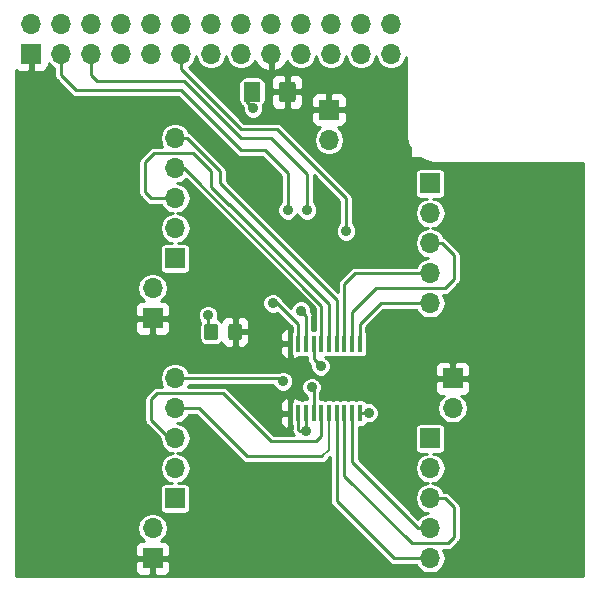
<source format=gtl>
G04 #@! TF.GenerationSoftware,KiCad,Pcbnew,(5.0.2)-1*
G04 #@! TF.CreationDate,2019-07-01T13:56:40-04:00*
G04 #@! TF.ProjectId,RPI-I2C-HUB,5250492d-4932-4432-9d48-55422e6b6963,rev?*
G04 #@! TF.SameCoordinates,Original*
G04 #@! TF.FileFunction,Copper,L1,Top*
G04 #@! TF.FilePolarity,Positive*
%FSLAX46Y46*%
G04 Gerber Fmt 4.6, Leading zero omitted, Abs format (unit mm)*
G04 Created by KiCad (PCBNEW (5.0.2)-1) date 7/1/2019 1:56:40 PM*
%MOMM*%
%LPD*%
G01*
G04 APERTURE LIST*
G04 #@! TA.AperFunction,SMDPad,CuDef*
%ADD10R,0.450000X1.450000*%
G04 #@! TD*
G04 #@! TA.AperFunction,Conductor*
%ADD11C,0.150000*%
G04 #@! TD*
G04 #@! TA.AperFunction,SMDPad,CuDef*
%ADD12C,1.150000*%
G04 #@! TD*
G04 #@! TA.AperFunction,SMDPad,CuDef*
%ADD13C,1.425000*%
G04 #@! TD*
G04 #@! TA.AperFunction,ComponentPad*
%ADD14R,1.700000X1.700000*%
G04 #@! TD*
G04 #@! TA.AperFunction,ComponentPad*
%ADD15O,1.700000X1.700000*%
G04 #@! TD*
G04 #@! TA.AperFunction,ViaPad*
%ADD16C,0.889000*%
G04 #@! TD*
G04 #@! TA.AperFunction,Conductor*
%ADD17C,0.254000*%
G04 #@! TD*
G04 #@! TA.AperFunction,Conductor*
%ADD18C,0.203200*%
G04 #@! TD*
G04 APERTURE END LIST*
D10*
G04 #@! TO.P,U1,1*
G04 #@! TO.N,+3.3V*
X23745000Y-34700000D03*
G04 #@! TO.P,U1,2*
G04 #@! TO.N,GND*
X24395000Y-34700000D03*
G04 #@! TO.P,U1,3*
X25045000Y-34700000D03*
G04 #@! TO.P,U1,4*
G04 #@! TO.N,/~I0*
X25695000Y-34700000D03*
G04 #@! TO.P,U1,5*
G04 #@! TO.N,/SDA0*
X26345000Y-34700000D03*
G04 #@! TO.P,U1,6*
G04 #@! TO.N,/SCL0*
X26995000Y-34700000D03*
G04 #@! TO.P,U1,7*
G04 #@! TO.N,/~I1*
X27645000Y-34700000D03*
G04 #@! TO.P,U1,8*
G04 #@! TO.N,/SDA1*
X28295000Y-34700000D03*
G04 #@! TO.P,U1,9*
G04 #@! TO.N,/SCL1*
X28945000Y-34700000D03*
G04 #@! TO.P,U1,10*
G04 #@! TO.N,GND*
X29595000Y-34700000D03*
G04 #@! TO.P,U1,11*
G04 #@! TO.N,/~I2*
X29595000Y-28800000D03*
G04 #@! TO.P,U1,12*
G04 #@! TO.N,/SDA2*
X28945000Y-28800000D03*
G04 #@! TO.P,U1,13*
G04 #@! TO.N,/SCL2*
X28295000Y-28800000D03*
G04 #@! TO.P,U1,14*
G04 #@! TO.N,/~I3*
X27645000Y-28800000D03*
G04 #@! TO.P,U1,15*
G04 #@! TO.N,/SDA3*
X26995000Y-28800000D03*
G04 #@! TO.P,U1,16*
G04 #@! TO.N,/SCL3*
X26345000Y-28800000D03*
G04 #@! TO.P,U1,17*
G04 #@! TO.N,/IO_17*
X25695000Y-28800000D03*
G04 #@! TO.P,U1,18*
G04 #@! TO.N,/SCL*
X25045000Y-28800000D03*
G04 #@! TO.P,U1,19*
G04 #@! TO.N,/SDA*
X24395000Y-28800000D03*
G04 #@! TO.P,U1,20*
G04 #@! TO.N,+3.3V*
X23745000Y-28800000D03*
G04 #@! TD*
D11*
G04 #@! TO.N,+3.3V*
G04 #@! TO.C,C5*
G36*
X19408505Y-27114204D02*
X19432773Y-27117804D01*
X19456572Y-27123765D01*
X19479671Y-27132030D01*
X19501850Y-27142520D01*
X19522893Y-27155132D01*
X19542599Y-27169747D01*
X19560777Y-27186223D01*
X19577253Y-27204401D01*
X19591868Y-27224107D01*
X19604480Y-27245150D01*
X19614970Y-27267329D01*
X19623235Y-27290428D01*
X19629196Y-27314227D01*
X19632796Y-27338495D01*
X19634000Y-27362999D01*
X19634000Y-28263001D01*
X19632796Y-28287505D01*
X19629196Y-28311773D01*
X19623235Y-28335572D01*
X19614970Y-28358671D01*
X19604480Y-28380850D01*
X19591868Y-28401893D01*
X19577253Y-28421599D01*
X19560777Y-28439777D01*
X19542599Y-28456253D01*
X19522893Y-28470868D01*
X19501850Y-28483480D01*
X19479671Y-28493970D01*
X19456572Y-28502235D01*
X19432773Y-28508196D01*
X19408505Y-28511796D01*
X19384001Y-28513000D01*
X18733999Y-28513000D01*
X18709495Y-28511796D01*
X18685227Y-28508196D01*
X18661428Y-28502235D01*
X18638329Y-28493970D01*
X18616150Y-28483480D01*
X18595107Y-28470868D01*
X18575401Y-28456253D01*
X18557223Y-28439777D01*
X18540747Y-28421599D01*
X18526132Y-28401893D01*
X18513520Y-28380850D01*
X18503030Y-28358671D01*
X18494765Y-28335572D01*
X18488804Y-28311773D01*
X18485204Y-28287505D01*
X18484000Y-28263001D01*
X18484000Y-27362999D01*
X18485204Y-27338495D01*
X18488804Y-27314227D01*
X18494765Y-27290428D01*
X18503030Y-27267329D01*
X18513520Y-27245150D01*
X18526132Y-27224107D01*
X18540747Y-27204401D01*
X18557223Y-27186223D01*
X18575401Y-27169747D01*
X18595107Y-27155132D01*
X18616150Y-27142520D01*
X18638329Y-27132030D01*
X18661428Y-27123765D01*
X18685227Y-27117804D01*
X18709495Y-27114204D01*
X18733999Y-27113000D01*
X19384001Y-27113000D01*
X19408505Y-27114204D01*
X19408505Y-27114204D01*
G37*
D12*
G04 #@! TD*
G04 #@! TO.P,C5,1*
G04 #@! TO.N,+3.3V*
X19059000Y-27813000D03*
D11*
G04 #@! TO.N,GND*
G04 #@! TO.C,C5*
G36*
X17358505Y-27114204D02*
X17382773Y-27117804D01*
X17406572Y-27123765D01*
X17429671Y-27132030D01*
X17451850Y-27142520D01*
X17472893Y-27155132D01*
X17492599Y-27169747D01*
X17510777Y-27186223D01*
X17527253Y-27204401D01*
X17541868Y-27224107D01*
X17554480Y-27245150D01*
X17564970Y-27267329D01*
X17573235Y-27290428D01*
X17579196Y-27314227D01*
X17582796Y-27338495D01*
X17584000Y-27362999D01*
X17584000Y-28263001D01*
X17582796Y-28287505D01*
X17579196Y-28311773D01*
X17573235Y-28335572D01*
X17564970Y-28358671D01*
X17554480Y-28380850D01*
X17541868Y-28401893D01*
X17527253Y-28421599D01*
X17510777Y-28439777D01*
X17492599Y-28456253D01*
X17472893Y-28470868D01*
X17451850Y-28483480D01*
X17429671Y-28493970D01*
X17406572Y-28502235D01*
X17382773Y-28508196D01*
X17358505Y-28511796D01*
X17334001Y-28513000D01*
X16683999Y-28513000D01*
X16659495Y-28511796D01*
X16635227Y-28508196D01*
X16611428Y-28502235D01*
X16588329Y-28493970D01*
X16566150Y-28483480D01*
X16545107Y-28470868D01*
X16525401Y-28456253D01*
X16507223Y-28439777D01*
X16490747Y-28421599D01*
X16476132Y-28401893D01*
X16463520Y-28380850D01*
X16453030Y-28358671D01*
X16444765Y-28335572D01*
X16438804Y-28311773D01*
X16435204Y-28287505D01*
X16434000Y-28263001D01*
X16434000Y-27362999D01*
X16435204Y-27338495D01*
X16438804Y-27314227D01*
X16444765Y-27290428D01*
X16453030Y-27267329D01*
X16463520Y-27245150D01*
X16476132Y-27224107D01*
X16490747Y-27204401D01*
X16507223Y-27186223D01*
X16525401Y-27169747D01*
X16545107Y-27155132D01*
X16566150Y-27142520D01*
X16588329Y-27132030D01*
X16611428Y-27123765D01*
X16635227Y-27117804D01*
X16659495Y-27114204D01*
X16683999Y-27113000D01*
X17334001Y-27113000D01*
X17358505Y-27114204D01*
X17358505Y-27114204D01*
G37*
D12*
G04 #@! TD*
G04 #@! TO.P,C5,2*
G04 #@! TO.N,GND*
X17009000Y-27813000D03*
D11*
G04 #@! TO.N,+3.3V*
G04 #@! TO.C,C6*
G36*
X23945504Y-6619204D02*
X23969773Y-6622804D01*
X23993571Y-6628765D01*
X24016671Y-6637030D01*
X24038849Y-6647520D01*
X24059893Y-6660133D01*
X24079598Y-6674747D01*
X24097777Y-6691223D01*
X24114253Y-6709402D01*
X24128867Y-6729107D01*
X24141480Y-6750151D01*
X24151970Y-6772329D01*
X24160235Y-6795429D01*
X24166196Y-6819227D01*
X24169796Y-6843496D01*
X24171000Y-6868000D01*
X24171000Y-8118000D01*
X24169796Y-8142504D01*
X24166196Y-8166773D01*
X24160235Y-8190571D01*
X24151970Y-8213671D01*
X24141480Y-8235849D01*
X24128867Y-8256893D01*
X24114253Y-8276598D01*
X24097777Y-8294777D01*
X24079598Y-8311253D01*
X24059893Y-8325867D01*
X24038849Y-8338480D01*
X24016671Y-8348970D01*
X23993571Y-8357235D01*
X23969773Y-8363196D01*
X23945504Y-8366796D01*
X23921000Y-8368000D01*
X22996000Y-8368000D01*
X22971496Y-8366796D01*
X22947227Y-8363196D01*
X22923429Y-8357235D01*
X22900329Y-8348970D01*
X22878151Y-8338480D01*
X22857107Y-8325867D01*
X22837402Y-8311253D01*
X22819223Y-8294777D01*
X22802747Y-8276598D01*
X22788133Y-8256893D01*
X22775520Y-8235849D01*
X22765030Y-8213671D01*
X22756765Y-8190571D01*
X22750804Y-8166773D01*
X22747204Y-8142504D01*
X22746000Y-8118000D01*
X22746000Y-6868000D01*
X22747204Y-6843496D01*
X22750804Y-6819227D01*
X22756765Y-6795429D01*
X22765030Y-6772329D01*
X22775520Y-6750151D01*
X22788133Y-6729107D01*
X22802747Y-6709402D01*
X22819223Y-6691223D01*
X22837402Y-6674747D01*
X22857107Y-6660133D01*
X22878151Y-6647520D01*
X22900329Y-6637030D01*
X22923429Y-6628765D01*
X22947227Y-6622804D01*
X22971496Y-6619204D01*
X22996000Y-6618000D01*
X23921000Y-6618000D01*
X23945504Y-6619204D01*
X23945504Y-6619204D01*
G37*
D13*
G04 #@! TD*
G04 #@! TO.P,C6,1*
G04 #@! TO.N,+3.3V*
X23458500Y-7493000D03*
D11*
G04 #@! TO.N,GND*
G04 #@! TO.C,C6*
G36*
X20970504Y-6619204D02*
X20994773Y-6622804D01*
X21018571Y-6628765D01*
X21041671Y-6637030D01*
X21063849Y-6647520D01*
X21084893Y-6660133D01*
X21104598Y-6674747D01*
X21122777Y-6691223D01*
X21139253Y-6709402D01*
X21153867Y-6729107D01*
X21166480Y-6750151D01*
X21176970Y-6772329D01*
X21185235Y-6795429D01*
X21191196Y-6819227D01*
X21194796Y-6843496D01*
X21196000Y-6868000D01*
X21196000Y-8118000D01*
X21194796Y-8142504D01*
X21191196Y-8166773D01*
X21185235Y-8190571D01*
X21176970Y-8213671D01*
X21166480Y-8235849D01*
X21153867Y-8256893D01*
X21139253Y-8276598D01*
X21122777Y-8294777D01*
X21104598Y-8311253D01*
X21084893Y-8325867D01*
X21063849Y-8338480D01*
X21041671Y-8348970D01*
X21018571Y-8357235D01*
X20994773Y-8363196D01*
X20970504Y-8366796D01*
X20946000Y-8368000D01*
X20021000Y-8368000D01*
X19996496Y-8366796D01*
X19972227Y-8363196D01*
X19948429Y-8357235D01*
X19925329Y-8348970D01*
X19903151Y-8338480D01*
X19882107Y-8325867D01*
X19862402Y-8311253D01*
X19844223Y-8294777D01*
X19827747Y-8276598D01*
X19813133Y-8256893D01*
X19800520Y-8235849D01*
X19790030Y-8213671D01*
X19781765Y-8190571D01*
X19775804Y-8166773D01*
X19772204Y-8142504D01*
X19771000Y-8118000D01*
X19771000Y-6868000D01*
X19772204Y-6843496D01*
X19775804Y-6819227D01*
X19781765Y-6795429D01*
X19790030Y-6772329D01*
X19800520Y-6750151D01*
X19813133Y-6729107D01*
X19827747Y-6709402D01*
X19844223Y-6691223D01*
X19862402Y-6674747D01*
X19882107Y-6660133D01*
X19903151Y-6647520D01*
X19925329Y-6637030D01*
X19948429Y-6628765D01*
X19972227Y-6622804D01*
X19996496Y-6619204D01*
X20021000Y-6618000D01*
X20946000Y-6618000D01*
X20970504Y-6619204D01*
X20970504Y-6619204D01*
G37*
D13*
G04 #@! TD*
G04 #@! TO.P,C6,2*
G04 #@! TO.N,GND*
X20483500Y-7493000D03*
D14*
G04 #@! TO.P,H1,1*
G04 #@! TO.N,+3.3V*
X12065000Y-46990000D03*
D15*
G04 #@! TO.P,H1,2*
G04 #@! TO.N,Net-(C1-Pad1)*
X12065000Y-44450000D03*
G04 #@! TD*
G04 #@! TO.P,H2,2*
G04 #@! TO.N,Net-(C2-Pad1)*
X37465000Y-34290000D03*
D14*
G04 #@! TO.P,H2,1*
G04 #@! TO.N,+3.3V*
X37465000Y-31750000D03*
G04 #@! TD*
G04 #@! TO.P,H3,1*
G04 #@! TO.N,+3.3V*
X27000000Y-9000000D03*
D15*
G04 #@! TO.P,H3,2*
G04 #@! TO.N,Net-(C3-Pad1)*
X27000000Y-11540000D03*
G04 #@! TD*
G04 #@! TO.P,H4,2*
G04 #@! TO.N,Net-(C4-Pad1)*
X12065000Y-24130000D03*
D14*
G04 #@! TO.P,H4,1*
G04 #@! TO.N,+3.3V*
X12065000Y-26670000D03*
G04 #@! TD*
D15*
G04 #@! TO.P,J1,5*
G04 #@! TO.N,/~I0*
X13970000Y-31750000D03*
G04 #@! TO.P,J1,4*
G04 #@! TO.N,/SCL0*
X13970000Y-34290000D03*
G04 #@! TO.P,J1,3*
G04 #@! TO.N,/SDA0*
X13970000Y-36830000D03*
G04 #@! TO.P,J1,2*
G04 #@! TO.N,Net-(C1-Pad1)*
X13970000Y-39370000D03*
D14*
G04 #@! TO.P,J1,1*
G04 #@! TO.N,GND*
X13970000Y-41910000D03*
G04 #@! TD*
G04 #@! TO.P,J2,1*
G04 #@! TO.N,GND*
X35560000Y-36830000D03*
D15*
G04 #@! TO.P,J2,2*
G04 #@! TO.N,Net-(C2-Pad1)*
X35560000Y-39370000D03*
G04 #@! TO.P,J2,3*
G04 #@! TO.N,/SDA1*
X35560000Y-41910000D03*
G04 #@! TO.P,J2,4*
G04 #@! TO.N,/SCL1*
X35560000Y-44450000D03*
G04 #@! TO.P,J2,5*
G04 #@! TO.N,/~I1*
X35560000Y-46990000D03*
G04 #@! TD*
G04 #@! TO.P,J3,5*
G04 #@! TO.N,/~I2*
X35560000Y-25400000D03*
G04 #@! TO.P,J3,4*
G04 #@! TO.N,/SCL2*
X35560000Y-22860000D03*
G04 #@! TO.P,J3,3*
G04 #@! TO.N,/SDA2*
X35560000Y-20320000D03*
G04 #@! TO.P,J3,2*
G04 #@! TO.N,Net-(C3-Pad1)*
X35560000Y-17780000D03*
D14*
G04 #@! TO.P,J3,1*
G04 #@! TO.N,GND*
X35560000Y-15240000D03*
G04 #@! TD*
G04 #@! TO.P,J4,1*
G04 #@! TO.N,GND*
X13970000Y-21590000D03*
D15*
G04 #@! TO.P,J4,2*
G04 #@! TO.N,Net-(C4-Pad1)*
X13970000Y-19050000D03*
G04 #@! TO.P,J4,3*
G04 #@! TO.N,/SDA3*
X13970000Y-16510000D03*
G04 #@! TO.P,J4,4*
G04 #@! TO.N,/SCL3*
X13970000Y-13970000D03*
G04 #@! TO.P,J4,5*
G04 #@! TO.N,/~I3*
X13970000Y-11430000D03*
G04 #@! TD*
D14*
G04 #@! TO.P,P1,1*
G04 #@! TO.N,+3.3V*
X1778000Y-4305300D03*
D15*
G04 #@! TO.P,P1,2*
G04 #@! TO.N,Net-(P1-Pad2)*
X1778000Y-1765300D03*
G04 #@! TO.P,P1,3*
G04 #@! TO.N,/SDA*
X4318000Y-4305300D03*
G04 #@! TO.P,P1,4*
G04 #@! TO.N,Net-(P1-Pad4)*
X4318000Y-1765300D03*
G04 #@! TO.P,P1,5*
G04 #@! TO.N,/SCL*
X6858000Y-4305300D03*
G04 #@! TO.P,P1,6*
G04 #@! TO.N,GND*
X6858000Y-1765300D03*
G04 #@! TO.P,P1,7*
G04 #@! TO.N,Net-(P1-Pad7)*
X9398000Y-4305300D03*
G04 #@! TO.P,P1,8*
G04 #@! TO.N,Net-(P1-Pad8)*
X9398000Y-1765300D03*
G04 #@! TO.P,P1,9*
G04 #@! TO.N,GND*
X11938000Y-4305300D03*
G04 #@! TO.P,P1,10*
G04 #@! TO.N,Net-(P1-Pad10)*
X11938000Y-1765300D03*
G04 #@! TO.P,P1,11*
G04 #@! TO.N,/IO_17*
X14478000Y-4305300D03*
G04 #@! TO.P,P1,12*
G04 #@! TO.N,Net-(P1-Pad12)*
X14478000Y-1765300D03*
G04 #@! TO.P,P1,13*
G04 #@! TO.N,Net-(P1-Pad13)*
X17018000Y-4305300D03*
G04 #@! TO.P,P1,14*
G04 #@! TO.N,GND*
X17018000Y-1765300D03*
G04 #@! TO.P,P1,15*
G04 #@! TO.N,Net-(P1-Pad15)*
X19558000Y-4305300D03*
G04 #@! TO.P,P1,16*
G04 #@! TO.N,Net-(P1-Pad16)*
X19558000Y-1765300D03*
G04 #@! TO.P,P1,17*
G04 #@! TO.N,+3.3V*
X22098000Y-4305300D03*
G04 #@! TO.P,P1,18*
G04 #@! TO.N,Net-(P1-Pad18)*
X22098000Y-1765300D03*
G04 #@! TO.P,P1,19*
G04 #@! TO.N,Net-(P1-Pad19)*
X24638000Y-4305300D03*
G04 #@! TO.P,P1,20*
G04 #@! TO.N,GND*
X24638000Y-1765300D03*
G04 #@! TO.P,P1,21*
G04 #@! TO.N,Net-(P1-Pad21)*
X27178000Y-4305300D03*
G04 #@! TO.P,P1,22*
G04 #@! TO.N,Net-(P1-Pad22)*
X27178000Y-1765300D03*
G04 #@! TO.P,P1,23*
G04 #@! TO.N,Net-(P1-Pad23)*
X29718000Y-4305300D03*
G04 #@! TO.P,P1,24*
G04 #@! TO.N,Net-(P1-Pad24)*
X29718000Y-1765300D03*
G04 #@! TO.P,P1,25*
G04 #@! TO.N,GND*
X32258000Y-4305300D03*
G04 #@! TO.P,P1,26*
G04 #@! TO.N,Net-(P1-Pad26)*
X32258000Y-1765300D03*
G04 #@! TD*
D16*
G04 #@! TO.N,/SCL*
X25146000Y-17526000D03*
X24638000Y-26035000D03*
G04 #@! TO.N,/SDA*
X22225000Y-25400000D03*
X23495000Y-17526000D03*
G04 #@! TO.N,GND*
X16764000Y-26416000D03*
X20574000Y-8890000D03*
X30353000Y-34671000D03*
X25045000Y-36169000D03*
G04 #@! TO.N,/~I0*
X25527000Y-32512000D03*
X23114000Y-32004000D03*
G04 #@! TO.N,/IO_17*
X26289000Y-30734000D03*
X28448000Y-19304000D03*
G04 #@! TO.N,+3.3V*
X19812000Y-21209000D03*
X24384000Y-19177000D03*
X26797000Y-19431000D03*
G04 #@! TD*
D17*
G04 #@! TO.N,/SCL*
X6840000Y-4270000D02*
X6840000Y-6078000D01*
X19558000Y-11430000D02*
X22098000Y-11430000D01*
X14732000Y-6604000D02*
X19558000Y-11430000D01*
X7366000Y-6604000D02*
X14732000Y-6604000D01*
X6840000Y-6078000D02*
X7366000Y-6604000D01*
X25146000Y-14478000D02*
X25146000Y-17526000D01*
X22098000Y-11430000D02*
X25146000Y-14478000D01*
X25045000Y-26442000D02*
X24638000Y-26035000D01*
X25045000Y-26442000D02*
X24638000Y-26035000D01*
X25045000Y-28800000D02*
X25045000Y-26442000D01*
G04 #@! TO.N,/SDA*
X4300000Y-4270000D02*
X4300000Y-6078000D01*
X19558000Y-12446000D02*
X21590000Y-12446000D01*
X14478000Y-7366000D02*
X19558000Y-12446000D01*
X5588000Y-7366000D02*
X14478000Y-7366000D01*
X4300000Y-6078000D02*
X5588000Y-7366000D01*
X21590000Y-12446000D02*
X23495000Y-14351000D01*
X23495000Y-14351000D02*
X23495000Y-17526000D01*
X23495000Y-17526000D02*
X23495000Y-14351000D01*
X23495000Y-14351000D02*
X21590000Y-12446000D01*
X24395000Y-28800000D02*
X24395000Y-27189000D01*
X22606000Y-25400000D02*
X22225000Y-25400000D01*
X24395000Y-27189000D02*
X22606000Y-25400000D01*
G04 #@! TO.N,/SDA1*
X28295000Y-34700000D02*
X28295000Y-39979000D01*
X35560000Y-41910000D02*
X36830000Y-41910000D01*
X34036000Y-45720000D02*
X28295000Y-39979000D01*
X37084000Y-45720000D02*
X34036000Y-45720000D01*
X37592000Y-45212000D02*
X37084000Y-45720000D01*
X37592000Y-42672000D02*
X37592000Y-45212000D01*
X36830000Y-41910000D02*
X37592000Y-42672000D01*
G04 #@! TO.N,GND*
X25045000Y-36169000D02*
X25019000Y-36195000D01*
X25019000Y-36195000D02*
X25045000Y-36169000D01*
X16784000Y-27813000D02*
X16784000Y-26436000D01*
X16784000Y-26436000D02*
X16764000Y-26416000D01*
X19971000Y-7493000D02*
X19971000Y-8287000D01*
X19971000Y-8287000D02*
X20574000Y-8890000D01*
X29595000Y-34700000D02*
X30324000Y-34700000D01*
X30324000Y-34700000D02*
X30353000Y-34671000D01*
X13990000Y-41890000D02*
X13970000Y-41910000D01*
X24485000Y-36169000D02*
X25045000Y-36169000D01*
X24395000Y-36079000D02*
X24485000Y-36169000D01*
X24395000Y-34700000D02*
X24395000Y-36079000D01*
X25045000Y-34700000D02*
X25045000Y-36169000D01*
G04 #@! TO.N,/~I0*
X25695000Y-33315000D02*
X25695000Y-34700000D01*
X25695000Y-33315000D02*
X25695000Y-34700000D01*
X25695000Y-33315000D02*
X25695000Y-34700000D01*
X25695000Y-32680000D02*
X25527000Y-32512000D01*
X23114000Y-32004000D02*
X22860000Y-31750000D01*
X22860000Y-31750000D02*
X13970000Y-31750000D01*
X25695000Y-34700000D02*
X25695000Y-32680000D01*
G04 #@! TO.N,/~I1*
X27645000Y-34700000D02*
X27645000Y-42123000D01*
X32512000Y-46990000D02*
X35560000Y-46990000D01*
X27645000Y-42123000D02*
X32512000Y-46990000D01*
G04 #@! TO.N,/~I2*
X35560000Y-25400000D02*
X31369000Y-25400000D01*
X29595000Y-27174000D02*
X29595000Y-28800000D01*
X31369000Y-25400000D02*
X29595000Y-27174000D01*
G04 #@! TO.N,/~I3*
X13970000Y-11430000D02*
X14986000Y-11430000D01*
X14986000Y-11430000D02*
X17780000Y-14224000D01*
X17780000Y-15240000D02*
X27645000Y-25105000D01*
X17780000Y-14224000D02*
X17780000Y-15240000D01*
X27645000Y-28800000D02*
X27645000Y-25105000D01*
X13970000Y-11430000D02*
X14097000Y-11430000D01*
G04 #@! TO.N,/IO_17*
X22606000Y-10668000D02*
X19558000Y-10668000D01*
X14460000Y-5570000D02*
X14460000Y-4270000D01*
X19558000Y-10668000D02*
X14460000Y-5570000D01*
X28448000Y-16510000D02*
X28448000Y-19304000D01*
X22606000Y-10668000D02*
X28448000Y-16510000D01*
X25695000Y-30140000D02*
X25695000Y-28800000D01*
X26289000Y-30734000D02*
X25695000Y-30140000D01*
G04 #@! TO.N,Net-(C1-Pad1)*
X13990000Y-39390000D02*
X13970000Y-39370000D01*
G04 #@! TO.N,+3.3V*
X23745000Y-30103000D02*
X23622000Y-30226000D01*
X23745000Y-28800000D02*
X23745000Y-30103000D01*
X23745000Y-27555000D02*
X23495000Y-27305000D01*
X23745000Y-28800000D02*
X23745000Y-27555000D01*
X23745000Y-33405000D02*
X23749000Y-33401000D01*
X23745000Y-34700000D02*
X23745000Y-33405000D01*
X23745000Y-35937000D02*
X23749000Y-35941000D01*
X23745000Y-34700000D02*
X23745000Y-35937000D01*
D18*
G04 #@! TO.N,/SCL0*
X26995000Y-34700000D02*
X26995000Y-37775000D01*
X26995000Y-37775000D02*
X26416000Y-38354000D01*
D17*
X13970000Y-34290000D02*
X16002000Y-34290000D01*
X16002000Y-34290000D02*
X20066000Y-38354000D01*
X20066000Y-38354000D02*
X26416000Y-38354000D01*
X13970000Y-34290000D02*
X14986000Y-34290000D01*
G04 #@! TO.N,/SDA0*
X13970000Y-36830000D02*
X13462000Y-36830000D01*
X13462000Y-36830000D02*
X11938000Y-35306000D01*
X26345000Y-36647000D02*
X26345000Y-34700000D01*
X25908000Y-37084000D02*
X26345000Y-36647000D01*
X22098000Y-37084000D02*
X25908000Y-37084000D01*
X18034000Y-33020000D02*
X22098000Y-37084000D01*
X12446000Y-33020000D02*
X18034000Y-33020000D01*
X11938000Y-33528000D02*
X12446000Y-33020000D01*
X11938000Y-35306000D02*
X11938000Y-33528000D01*
G04 #@! TO.N,/SCL1*
X35560000Y-44450000D02*
X34544000Y-44450000D01*
X34544000Y-44450000D02*
X28945000Y-38851000D01*
X28945000Y-38851000D02*
X28945000Y-34700000D01*
G04 #@! TO.N,/SCL2*
X28295000Y-28800000D02*
X28295000Y-23775000D01*
X29210000Y-22860000D02*
X35560000Y-22860000D01*
X28295000Y-23775000D02*
X29210000Y-22860000D01*
G04 #@! TO.N,/SDA2*
X35560000Y-20320000D02*
X36576000Y-20320000D01*
X36576000Y-20320000D02*
X37592000Y-21336000D01*
X28945000Y-26173000D02*
X28945000Y-28800000D01*
X30988000Y-24130000D02*
X28945000Y-26173000D01*
X36830000Y-24130000D02*
X30988000Y-24130000D01*
X37592000Y-23368000D02*
X36830000Y-24130000D01*
X37592000Y-21336000D02*
X37592000Y-23368000D01*
G04 #@! TO.N,/SDA3*
X12192000Y-12700000D02*
X15494000Y-12700000D01*
X18520212Y-17039788D02*
X18520212Y-16996212D01*
X17018000Y-15537576D02*
X18520212Y-17039788D01*
X17018000Y-14224000D02*
X17018000Y-15537576D01*
X15494000Y-12700000D02*
X17018000Y-14224000D01*
X26995000Y-25471000D02*
X18520212Y-16996212D01*
X26995000Y-28800000D02*
X26995000Y-25471000D01*
X12192000Y-12700000D02*
X11430000Y-13462000D01*
X11430000Y-13462000D02*
X11430000Y-16002000D01*
X11430000Y-16002000D02*
X11938000Y-16510000D01*
X11938000Y-16510000D02*
X13970000Y-16510000D01*
G04 #@! TO.N,/SCL3*
X14732000Y-13970000D02*
X13970000Y-13970000D01*
X26345000Y-25583000D02*
X14732000Y-13970000D01*
X26345000Y-28800000D02*
X26345000Y-25583000D01*
G04 #@! TD*
G04 #@! TO.N,+3.3V*
G36*
X1905000Y-4178300D02*
X1925000Y-4178300D01*
X1925000Y-4432300D01*
X1905000Y-4432300D01*
X1905000Y-5631550D01*
X2063750Y-5790300D01*
X2754310Y-5790300D01*
X2987699Y-5693627D01*
X3166327Y-5514998D01*
X3263000Y-5281609D01*
X3263000Y-5033558D01*
X3393874Y-5229426D01*
X3741201Y-5461501D01*
X3741201Y-6022961D01*
X3730253Y-6078000D01*
X3773622Y-6296032D01*
X3773623Y-6296033D01*
X3897129Y-6480872D01*
X3943787Y-6512048D01*
X5153952Y-7722214D01*
X5185128Y-7768872D01*
X5369967Y-7892378D01*
X5532965Y-7924800D01*
X5532968Y-7924800D01*
X5587999Y-7935746D01*
X5643030Y-7924800D01*
X14246539Y-7924800D01*
X19123952Y-12802214D01*
X19155128Y-12848872D01*
X19339967Y-12972378D01*
X19558000Y-13015747D01*
X19613035Y-13004800D01*
X21358539Y-13004800D01*
X22936200Y-14582463D01*
X22936200Y-16845525D01*
X22752109Y-17029616D01*
X22618700Y-17351693D01*
X22618700Y-17700307D01*
X22752109Y-18022384D01*
X22998616Y-18268891D01*
X23320693Y-18402300D01*
X23669307Y-18402300D01*
X23991384Y-18268891D01*
X24237891Y-18022384D01*
X24320500Y-17822949D01*
X24403109Y-18022384D01*
X24649616Y-18268891D01*
X24971693Y-18402300D01*
X25320307Y-18402300D01*
X25642384Y-18268891D01*
X25888891Y-18022384D01*
X26022300Y-17700307D01*
X26022300Y-17351693D01*
X25888891Y-17029616D01*
X25704800Y-16845525D01*
X25704800Y-14557062D01*
X27889200Y-16741463D01*
X27889201Y-18623524D01*
X27705109Y-18807616D01*
X27571700Y-19129693D01*
X27571700Y-19478307D01*
X27705109Y-19800384D01*
X27951616Y-20046891D01*
X28273693Y-20180300D01*
X28622307Y-20180300D01*
X28944384Y-20046891D01*
X29190891Y-19800384D01*
X29324300Y-19478307D01*
X29324300Y-19129693D01*
X29190891Y-18807616D01*
X29006800Y-18623525D01*
X29006800Y-16565035D01*
X29017747Y-16510000D01*
X28974378Y-16291967D01*
X28882047Y-16153784D01*
X28882046Y-16153783D01*
X28850872Y-16107128D01*
X28804217Y-16075954D01*
X23040050Y-10311789D01*
X23008872Y-10265128D01*
X22824033Y-10141622D01*
X22661035Y-10109200D01*
X22606000Y-10098253D01*
X22550965Y-10109200D01*
X19789463Y-10109200D01*
X16548262Y-6868000D01*
X19330741Y-6868000D01*
X19330741Y-8118000D01*
X19383284Y-8382151D01*
X19435819Y-8460775D01*
X19444622Y-8505032D01*
X19444623Y-8505033D01*
X19568129Y-8689872D01*
X19614786Y-8721048D01*
X19697700Y-8803961D01*
X19697700Y-9064307D01*
X19831109Y-9386384D01*
X20077616Y-9632891D01*
X20399693Y-9766300D01*
X20748307Y-9766300D01*
X21070384Y-9632891D01*
X21316891Y-9386384D01*
X21358575Y-9285750D01*
X25515000Y-9285750D01*
X25515000Y-9976310D01*
X25611673Y-10209699D01*
X25790302Y-10388327D01*
X26023691Y-10485000D01*
X26271742Y-10485000D01*
X26075874Y-10615874D01*
X25792572Y-11039867D01*
X25693089Y-11540000D01*
X25792572Y-12040133D01*
X26075874Y-12464126D01*
X26499867Y-12747428D01*
X26873759Y-12821800D01*
X27126241Y-12821800D01*
X27500133Y-12747428D01*
X27924126Y-12464126D01*
X28207428Y-12040133D01*
X28306911Y-11540000D01*
X28207428Y-11039867D01*
X27924126Y-10615874D01*
X27728258Y-10485000D01*
X27976309Y-10485000D01*
X28209698Y-10388327D01*
X28388327Y-10209699D01*
X28485000Y-9976310D01*
X28485000Y-9285750D01*
X28326250Y-9127000D01*
X27127000Y-9127000D01*
X27127000Y-9147000D01*
X26873000Y-9147000D01*
X26873000Y-9127000D01*
X25673750Y-9127000D01*
X25515000Y-9285750D01*
X21358575Y-9285750D01*
X21450300Y-9064307D01*
X21450300Y-8715693D01*
X21411227Y-8621362D01*
X21434087Y-8606087D01*
X21583716Y-8382151D01*
X21636259Y-8118000D01*
X21636259Y-7778750D01*
X22111000Y-7778750D01*
X22111000Y-8494310D01*
X22207673Y-8727699D01*
X22386302Y-8906327D01*
X22619691Y-9003000D01*
X23172750Y-9003000D01*
X23331500Y-8844250D01*
X23331500Y-7620000D01*
X23585500Y-7620000D01*
X23585500Y-8844250D01*
X23744250Y-9003000D01*
X24297309Y-9003000D01*
X24530698Y-8906327D01*
X24709327Y-8727699D01*
X24806000Y-8494310D01*
X24806000Y-8023690D01*
X25515000Y-8023690D01*
X25515000Y-8714250D01*
X25673750Y-8873000D01*
X26873000Y-8873000D01*
X26873000Y-7673750D01*
X27127000Y-7673750D01*
X27127000Y-8873000D01*
X28326250Y-8873000D01*
X28485000Y-8714250D01*
X28485000Y-8023690D01*
X28388327Y-7790301D01*
X28209698Y-7611673D01*
X27976309Y-7515000D01*
X27285750Y-7515000D01*
X27127000Y-7673750D01*
X26873000Y-7673750D01*
X26714250Y-7515000D01*
X26023691Y-7515000D01*
X25790302Y-7611673D01*
X25611673Y-7790301D01*
X25515000Y-8023690D01*
X24806000Y-8023690D01*
X24806000Y-7778750D01*
X24647250Y-7620000D01*
X23585500Y-7620000D01*
X23331500Y-7620000D01*
X22269750Y-7620000D01*
X22111000Y-7778750D01*
X21636259Y-7778750D01*
X21636259Y-6868000D01*
X21583716Y-6603849D01*
X21508774Y-6491690D01*
X22111000Y-6491690D01*
X22111000Y-7207250D01*
X22269750Y-7366000D01*
X23331500Y-7366000D01*
X23331500Y-6141750D01*
X23585500Y-6141750D01*
X23585500Y-7366000D01*
X24647250Y-7366000D01*
X24806000Y-7207250D01*
X24806000Y-6491690D01*
X24709327Y-6258301D01*
X24530698Y-6079673D01*
X24297309Y-5983000D01*
X23744250Y-5983000D01*
X23585500Y-6141750D01*
X23331500Y-6141750D01*
X23172750Y-5983000D01*
X22619691Y-5983000D01*
X22386302Y-6079673D01*
X22207673Y-6258301D01*
X22111000Y-6491690D01*
X21508774Y-6491690D01*
X21434087Y-6379913D01*
X21210151Y-6230284D01*
X20946000Y-6177741D01*
X20021000Y-6177741D01*
X19756849Y-6230284D01*
X19532913Y-6379913D01*
X19383284Y-6603849D01*
X19330741Y-6868000D01*
X16548262Y-6868000D01*
X15106930Y-5426669D01*
X15402126Y-5229426D01*
X15685428Y-4805433D01*
X15748000Y-4490863D01*
X15810572Y-4805433D01*
X16093874Y-5229426D01*
X16517867Y-5512728D01*
X16891759Y-5587100D01*
X17144241Y-5587100D01*
X17518133Y-5512728D01*
X17942126Y-5229426D01*
X18225428Y-4805433D01*
X18288000Y-4490863D01*
X18350572Y-4805433D01*
X18633874Y-5229426D01*
X19057867Y-5512728D01*
X19431759Y-5587100D01*
X19684241Y-5587100D01*
X20058133Y-5512728D01*
X20482126Y-5229426D01*
X20740972Y-4842034D01*
X20902817Y-5186658D01*
X21331076Y-5576945D01*
X21741110Y-5746776D01*
X21971000Y-5625455D01*
X21971000Y-4432300D01*
X21951000Y-4432300D01*
X21951000Y-4178300D01*
X21971000Y-4178300D01*
X21971000Y-4158300D01*
X22225000Y-4158300D01*
X22225000Y-4178300D01*
X22245000Y-4178300D01*
X22245000Y-4432300D01*
X22225000Y-4432300D01*
X22225000Y-5625455D01*
X22454890Y-5746776D01*
X22864924Y-5576945D01*
X23293183Y-5186658D01*
X23455028Y-4842034D01*
X23713874Y-5229426D01*
X24137867Y-5512728D01*
X24511759Y-5587100D01*
X24764241Y-5587100D01*
X25138133Y-5512728D01*
X25562126Y-5229426D01*
X25845428Y-4805433D01*
X25908000Y-4490863D01*
X25970572Y-4805433D01*
X26253874Y-5229426D01*
X26677867Y-5512728D01*
X27051759Y-5587100D01*
X27304241Y-5587100D01*
X27678133Y-5512728D01*
X28102126Y-5229426D01*
X28385428Y-4805433D01*
X28448000Y-4490863D01*
X28510572Y-4805433D01*
X28793874Y-5229426D01*
X29217867Y-5512728D01*
X29591759Y-5587100D01*
X29844241Y-5587100D01*
X30218133Y-5512728D01*
X30642126Y-5229426D01*
X30925428Y-4805433D01*
X30988000Y-4490863D01*
X31050572Y-4805433D01*
X31333874Y-5229426D01*
X31757867Y-5512728D01*
X32131759Y-5587100D01*
X32384241Y-5587100D01*
X32758133Y-5512728D01*
X33182126Y-5229426D01*
X33465428Y-4805433D01*
X33518201Y-4540128D01*
X33518200Y-11047452D01*
X33521709Y-11065092D01*
X33541493Y-11331324D01*
X33552047Y-11379326D01*
X33558717Y-11428017D01*
X33560369Y-11433667D01*
X33722845Y-11976952D01*
X33750261Y-12036284D01*
X33776973Y-12096000D01*
X33780145Y-12100958D01*
X33875083Y-12247429D01*
X33873000Y-12999648D01*
X33882533Y-13048276D01*
X33909949Y-13089554D01*
X33951074Y-13117198D01*
X34000000Y-13127000D01*
X34730742Y-13127000D01*
X35239250Y-13358204D01*
X35301983Y-13376549D01*
X35364543Y-13395675D01*
X35370363Y-13396545D01*
X35370365Y-13396545D01*
X35918791Y-13475086D01*
X35952547Y-13481800D01*
X48518200Y-13481800D01*
X48518201Y-48518200D01*
X481800Y-48518200D01*
X481800Y-47275750D01*
X10580000Y-47275750D01*
X10580000Y-47966310D01*
X10676673Y-48199699D01*
X10855302Y-48378327D01*
X11088691Y-48475000D01*
X11779250Y-48475000D01*
X11938000Y-48316250D01*
X11938000Y-47117000D01*
X12192000Y-47117000D01*
X12192000Y-48316250D01*
X12350750Y-48475000D01*
X13041309Y-48475000D01*
X13274698Y-48378327D01*
X13453327Y-48199699D01*
X13550000Y-47966310D01*
X13550000Y-47275750D01*
X13391250Y-47117000D01*
X12192000Y-47117000D01*
X11938000Y-47117000D01*
X10738750Y-47117000D01*
X10580000Y-47275750D01*
X481800Y-47275750D01*
X481800Y-46013690D01*
X10580000Y-46013690D01*
X10580000Y-46704250D01*
X10738750Y-46863000D01*
X11938000Y-46863000D01*
X11938000Y-46843000D01*
X12192000Y-46843000D01*
X12192000Y-46863000D01*
X13391250Y-46863000D01*
X13550000Y-46704250D01*
X13550000Y-46013690D01*
X13453327Y-45780301D01*
X13274698Y-45601673D01*
X13041309Y-45505000D01*
X12793258Y-45505000D01*
X12989126Y-45374126D01*
X13272428Y-44950133D01*
X13371911Y-44450000D01*
X13272428Y-43949867D01*
X12989126Y-43525874D01*
X12565133Y-43242572D01*
X12191241Y-43168200D01*
X11938759Y-43168200D01*
X11564867Y-43242572D01*
X11140874Y-43525874D01*
X10857572Y-43949867D01*
X10758089Y-44450000D01*
X10857572Y-44950133D01*
X11140874Y-45374126D01*
X11336742Y-45505000D01*
X11088691Y-45505000D01*
X10855302Y-45601673D01*
X10676673Y-45780301D01*
X10580000Y-46013690D01*
X481800Y-46013690D01*
X481800Y-33528000D01*
X11368253Y-33528000D01*
X11379201Y-33583039D01*
X11379200Y-35250965D01*
X11368253Y-35306000D01*
X11392144Y-35426109D01*
X11411622Y-35524032D01*
X11535128Y-35708872D01*
X11581789Y-35740050D01*
X12664524Y-36822786D01*
X12663089Y-36830000D01*
X12762572Y-37330133D01*
X13045874Y-37754126D01*
X13469867Y-38037428D01*
X13784437Y-38100000D01*
X13469867Y-38162572D01*
X13045874Y-38445874D01*
X12762572Y-38869867D01*
X12663089Y-39370000D01*
X12762572Y-39870133D01*
X13045874Y-40294126D01*
X13469867Y-40577428D01*
X13682588Y-40619741D01*
X13120000Y-40619741D01*
X12951520Y-40653254D01*
X12808690Y-40748690D01*
X12713254Y-40891520D01*
X12679741Y-41060000D01*
X12679741Y-42760000D01*
X12713254Y-42928480D01*
X12808690Y-43071310D01*
X12951520Y-43166746D01*
X13120000Y-43200259D01*
X14820000Y-43200259D01*
X14988480Y-43166746D01*
X15131310Y-43071310D01*
X15226746Y-42928480D01*
X15260259Y-42760000D01*
X15260259Y-41060000D01*
X15226746Y-40891520D01*
X15131310Y-40748690D01*
X14988480Y-40653254D01*
X14820000Y-40619741D01*
X14257412Y-40619741D01*
X14470133Y-40577428D01*
X14894126Y-40294126D01*
X15177428Y-39870133D01*
X15276911Y-39370000D01*
X15177428Y-38869867D01*
X14894126Y-38445874D01*
X14470133Y-38162572D01*
X14155563Y-38100000D01*
X14470133Y-38037428D01*
X14894126Y-37754126D01*
X15177428Y-37330133D01*
X15276911Y-36830000D01*
X15177428Y-36329867D01*
X14894126Y-35905874D01*
X14470133Y-35622572D01*
X14155563Y-35560000D01*
X14470133Y-35497428D01*
X14894126Y-35214126D01*
X15138228Y-34848800D01*
X15770539Y-34848800D01*
X19631952Y-38710214D01*
X19663128Y-38756872D01*
X19847967Y-38880378D01*
X19935796Y-38897848D01*
X20066000Y-38923747D01*
X20121035Y-38912800D01*
X26471035Y-38912800D01*
X26634033Y-38880378D01*
X26818872Y-38756872D01*
X26922383Y-38601958D01*
X27086201Y-38438141D01*
X27086201Y-42067960D01*
X27075253Y-42123000D01*
X27118622Y-42341032D01*
X27118623Y-42341033D01*
X27242129Y-42525872D01*
X27288787Y-42557048D01*
X32077952Y-47346214D01*
X32109128Y-47392872D01*
X32293967Y-47516378D01*
X32456965Y-47548800D01*
X32456969Y-47548800D01*
X32511999Y-47559746D01*
X32567029Y-47548800D01*
X34391772Y-47548800D01*
X34635874Y-47914126D01*
X35059867Y-48197428D01*
X35433759Y-48271800D01*
X35686241Y-48271800D01*
X36060133Y-48197428D01*
X36484126Y-47914126D01*
X36767428Y-47490133D01*
X36866911Y-46990000D01*
X36767428Y-46489867D01*
X36626398Y-46278800D01*
X37028965Y-46278800D01*
X37084000Y-46289747D01*
X37139035Y-46278800D01*
X37302033Y-46246378D01*
X37486872Y-46122872D01*
X37518050Y-46076211D01*
X37948214Y-45646048D01*
X37994872Y-45614872D01*
X38118378Y-45430033D01*
X38150800Y-45267035D01*
X38150800Y-45267031D01*
X38161746Y-45212001D01*
X38150800Y-45156971D01*
X38150800Y-42727035D01*
X38161747Y-42672000D01*
X38118378Y-42453967D01*
X38026047Y-42315784D01*
X38026046Y-42315783D01*
X37994872Y-42269128D01*
X37948217Y-42237954D01*
X37264050Y-41553788D01*
X37232872Y-41507128D01*
X37048033Y-41383622D01*
X36885035Y-41351200D01*
X36830000Y-41340253D01*
X36774965Y-41351200D01*
X36728228Y-41351200D01*
X36484126Y-40985874D01*
X36060133Y-40702572D01*
X35745563Y-40640000D01*
X36060133Y-40577428D01*
X36484126Y-40294126D01*
X36767428Y-39870133D01*
X36866911Y-39370000D01*
X36767428Y-38869867D01*
X36484126Y-38445874D01*
X36060133Y-38162572D01*
X35847412Y-38120259D01*
X36410000Y-38120259D01*
X36578480Y-38086746D01*
X36721310Y-37991310D01*
X36816746Y-37848480D01*
X36850259Y-37680000D01*
X36850259Y-35980000D01*
X36816746Y-35811520D01*
X36721310Y-35668690D01*
X36578480Y-35573254D01*
X36410000Y-35539741D01*
X34710000Y-35539741D01*
X34541520Y-35573254D01*
X34398690Y-35668690D01*
X34303254Y-35811520D01*
X34269741Y-35980000D01*
X34269741Y-37680000D01*
X34303254Y-37848480D01*
X34398690Y-37991310D01*
X34541520Y-38086746D01*
X34710000Y-38120259D01*
X35272588Y-38120259D01*
X35059867Y-38162572D01*
X34635874Y-38445874D01*
X34352572Y-38869867D01*
X34253089Y-39370000D01*
X34352572Y-39870133D01*
X34635874Y-40294126D01*
X35059867Y-40577428D01*
X35374437Y-40640000D01*
X35059867Y-40702572D01*
X34635874Y-40985874D01*
X34352572Y-41409867D01*
X34253089Y-41910000D01*
X34352572Y-42410133D01*
X34635874Y-42834126D01*
X35059867Y-43117428D01*
X35374437Y-43180000D01*
X35059867Y-43242572D01*
X34635874Y-43525874D01*
X34545457Y-43661194D01*
X29503800Y-38619539D01*
X29503800Y-35865259D01*
X29820000Y-35865259D01*
X29988480Y-35831746D01*
X30131310Y-35736310D01*
X30226746Y-35593480D01*
X30235932Y-35547300D01*
X30527307Y-35547300D01*
X30849384Y-35413891D01*
X31095891Y-35167384D01*
X31229300Y-34845307D01*
X31229300Y-34496693D01*
X31095891Y-34174616D01*
X30849384Y-33928109D01*
X30527307Y-33794700D01*
X30218848Y-33794700D01*
X30131310Y-33663690D01*
X29988480Y-33568254D01*
X29820000Y-33534741D01*
X29370000Y-33534741D01*
X29270000Y-33554632D01*
X29170000Y-33534741D01*
X28720000Y-33534741D01*
X28620000Y-33554632D01*
X28520000Y-33534741D01*
X28070000Y-33534741D01*
X27970000Y-33554632D01*
X27870000Y-33534741D01*
X27420000Y-33534741D01*
X27320000Y-33554632D01*
X27220000Y-33534741D01*
X26770000Y-33534741D01*
X26670000Y-33554632D01*
X26570000Y-33534741D01*
X26253800Y-33534741D01*
X26253800Y-33024475D01*
X26269891Y-33008384D01*
X26403300Y-32686307D01*
X26403300Y-32337693D01*
X26278231Y-32035750D01*
X35980000Y-32035750D01*
X35980000Y-32726310D01*
X36076673Y-32959699D01*
X36255302Y-33138327D01*
X36488691Y-33235000D01*
X36736742Y-33235000D01*
X36540874Y-33365874D01*
X36257572Y-33789867D01*
X36158089Y-34290000D01*
X36257572Y-34790133D01*
X36540874Y-35214126D01*
X36964867Y-35497428D01*
X37338759Y-35571800D01*
X37591241Y-35571800D01*
X37965133Y-35497428D01*
X38389126Y-35214126D01*
X38672428Y-34790133D01*
X38771911Y-34290000D01*
X38672428Y-33789867D01*
X38389126Y-33365874D01*
X38193258Y-33235000D01*
X38441309Y-33235000D01*
X38674698Y-33138327D01*
X38853327Y-32959699D01*
X38950000Y-32726310D01*
X38950000Y-32035750D01*
X38791250Y-31877000D01*
X37592000Y-31877000D01*
X37592000Y-31897000D01*
X37338000Y-31897000D01*
X37338000Y-31877000D01*
X36138750Y-31877000D01*
X35980000Y-32035750D01*
X26278231Y-32035750D01*
X26269891Y-32015616D01*
X26023384Y-31769109D01*
X25701307Y-31635700D01*
X25352693Y-31635700D01*
X25030616Y-31769109D01*
X24784109Y-32015616D01*
X24650700Y-32337693D01*
X24650700Y-32686307D01*
X24784109Y-33008384D01*
X25030616Y-33254891D01*
X25136200Y-33298625D01*
X25136200Y-33534741D01*
X24820000Y-33534741D01*
X24720000Y-33554632D01*
X24620000Y-33534741D01*
X24427766Y-33534741D01*
X24329699Y-33436673D01*
X24096310Y-33340000D01*
X24016250Y-33340000D01*
X23857500Y-33498750D01*
X23857500Y-33665471D01*
X23763254Y-33806520D01*
X23729741Y-33975000D01*
X23729741Y-35425000D01*
X23763254Y-35593480D01*
X23836201Y-35702652D01*
X23836201Y-36023961D01*
X23825253Y-36079000D01*
X23868622Y-36297032D01*
X23890562Y-36329867D01*
X23992129Y-36481872D01*
X24038787Y-36513048D01*
X24050939Y-36525200D01*
X22329462Y-36525200D01*
X20790012Y-34985750D01*
X22885000Y-34985750D01*
X22885000Y-35551309D01*
X22981673Y-35784698D01*
X23160301Y-35963327D01*
X23393690Y-36060000D01*
X23473750Y-36060000D01*
X23632500Y-35901250D01*
X23632500Y-34827000D01*
X23043750Y-34827000D01*
X22885000Y-34985750D01*
X20790012Y-34985750D01*
X19652953Y-33848691D01*
X22885000Y-33848691D01*
X22885000Y-34414250D01*
X23043750Y-34573000D01*
X23632500Y-34573000D01*
X23632500Y-33498750D01*
X23473750Y-33340000D01*
X23393690Y-33340000D01*
X23160301Y-33436673D01*
X22981673Y-33615302D01*
X22885000Y-33848691D01*
X19652953Y-33848691D01*
X18468050Y-32663789D01*
X18436872Y-32617128D01*
X18252033Y-32493622D01*
X18089035Y-32461200D01*
X18034000Y-32450253D01*
X17978965Y-32461200D01*
X15036398Y-32461200D01*
X15138228Y-32308800D01*
X22291752Y-32308800D01*
X22371109Y-32500384D01*
X22617616Y-32746891D01*
X22939693Y-32880300D01*
X23288307Y-32880300D01*
X23610384Y-32746891D01*
X23856891Y-32500384D01*
X23990300Y-32178307D01*
X23990300Y-31829693D01*
X23856891Y-31507616D01*
X23610384Y-31261109D01*
X23288307Y-31127700D01*
X22939693Y-31127700D01*
X22786391Y-31191200D01*
X15138228Y-31191200D01*
X14894126Y-30825874D01*
X14470133Y-30542572D01*
X14096241Y-30468200D01*
X13843759Y-30468200D01*
X13469867Y-30542572D01*
X13045874Y-30825874D01*
X12762572Y-31249867D01*
X12663089Y-31750000D01*
X12762572Y-32250133D01*
X12903602Y-32461200D01*
X12501029Y-32461200D01*
X12445999Y-32450254D01*
X12390969Y-32461200D01*
X12390965Y-32461200D01*
X12227967Y-32493622D01*
X12043128Y-32617128D01*
X12011952Y-32663786D01*
X11581787Y-33093952D01*
X11535129Y-33125128D01*
X11503954Y-33171785D01*
X11411622Y-33309968D01*
X11368253Y-33528000D01*
X481800Y-33528000D01*
X481800Y-26955750D01*
X10580000Y-26955750D01*
X10580000Y-27646310D01*
X10676673Y-27879699D01*
X10855302Y-28058327D01*
X11088691Y-28155000D01*
X11779250Y-28155000D01*
X11938000Y-27996250D01*
X11938000Y-26797000D01*
X12192000Y-26797000D01*
X12192000Y-27996250D01*
X12350750Y-28155000D01*
X13041309Y-28155000D01*
X13274698Y-28058327D01*
X13453327Y-27879699D01*
X13550000Y-27646310D01*
X13550000Y-26955750D01*
X13391250Y-26797000D01*
X12192000Y-26797000D01*
X11938000Y-26797000D01*
X10738750Y-26797000D01*
X10580000Y-26955750D01*
X481800Y-26955750D01*
X481800Y-25693690D01*
X10580000Y-25693690D01*
X10580000Y-26384250D01*
X10738750Y-26543000D01*
X11938000Y-26543000D01*
X11938000Y-26523000D01*
X12192000Y-26523000D01*
X12192000Y-26543000D01*
X13391250Y-26543000D01*
X13550000Y-26384250D01*
X13550000Y-26241693D01*
X15887700Y-26241693D01*
X15887700Y-26590307D01*
X16021109Y-26912384D01*
X16110888Y-27002163D01*
X16046284Y-27098849D01*
X15993741Y-27362999D01*
X15993741Y-28263001D01*
X16046284Y-28527151D01*
X16195913Y-28751087D01*
X16419849Y-28900716D01*
X16683999Y-28953259D01*
X17334001Y-28953259D01*
X17598151Y-28900716D01*
X17822087Y-28751087D01*
X17867282Y-28683447D01*
X17945673Y-28872699D01*
X18124302Y-29051327D01*
X18357691Y-29148000D01*
X18773250Y-29148000D01*
X18932000Y-28989250D01*
X18932000Y-27940000D01*
X19186000Y-27940000D01*
X19186000Y-28989250D01*
X19344750Y-29148000D01*
X19760309Y-29148000D01*
X19910593Y-29085750D01*
X22885000Y-29085750D01*
X22885000Y-29651309D01*
X22981673Y-29884698D01*
X23160301Y-30063327D01*
X23393690Y-30160000D01*
X23473750Y-30160000D01*
X23632500Y-30001250D01*
X23632500Y-28927000D01*
X23043750Y-28927000D01*
X22885000Y-29085750D01*
X19910593Y-29085750D01*
X19993698Y-29051327D01*
X20172327Y-28872699D01*
X20269000Y-28639310D01*
X20269000Y-28098750D01*
X20118941Y-27948691D01*
X22885000Y-27948691D01*
X22885000Y-28514250D01*
X23043750Y-28673000D01*
X23632500Y-28673000D01*
X23632500Y-27598750D01*
X23473750Y-27440000D01*
X23393690Y-27440000D01*
X23160301Y-27536673D01*
X22981673Y-27715302D01*
X22885000Y-27948691D01*
X20118941Y-27948691D01*
X20110250Y-27940000D01*
X19186000Y-27940000D01*
X18932000Y-27940000D01*
X18912000Y-27940000D01*
X18912000Y-27686000D01*
X18932000Y-27686000D01*
X18932000Y-26636750D01*
X19186000Y-26636750D01*
X19186000Y-27686000D01*
X20110250Y-27686000D01*
X20269000Y-27527250D01*
X20269000Y-26986690D01*
X20172327Y-26753301D01*
X19993698Y-26574673D01*
X19760309Y-26478000D01*
X19344750Y-26478000D01*
X19186000Y-26636750D01*
X18932000Y-26636750D01*
X18773250Y-26478000D01*
X18357691Y-26478000D01*
X18124302Y-26574673D01*
X17945673Y-26753301D01*
X17867282Y-26942553D01*
X17822087Y-26874913D01*
X17598151Y-26725284D01*
X17585438Y-26722755D01*
X17640300Y-26590307D01*
X17640300Y-26241693D01*
X17506891Y-25919616D01*
X17260384Y-25673109D01*
X16938307Y-25539700D01*
X16589693Y-25539700D01*
X16267616Y-25673109D01*
X16021109Y-25919616D01*
X15887700Y-26241693D01*
X13550000Y-26241693D01*
X13550000Y-25693690D01*
X13453327Y-25460301D01*
X13274698Y-25281673D01*
X13041309Y-25185000D01*
X12793258Y-25185000D01*
X12989126Y-25054126D01*
X13272428Y-24630133D01*
X13371911Y-24130000D01*
X13272428Y-23629867D01*
X12989126Y-23205874D01*
X12565133Y-22922572D01*
X12191241Y-22848200D01*
X11938759Y-22848200D01*
X11564867Y-22922572D01*
X11140874Y-23205874D01*
X10857572Y-23629867D01*
X10758089Y-24130000D01*
X10857572Y-24630133D01*
X11140874Y-25054126D01*
X11336742Y-25185000D01*
X11088691Y-25185000D01*
X10855302Y-25281673D01*
X10676673Y-25460301D01*
X10580000Y-25693690D01*
X481800Y-25693690D01*
X481800Y-13462000D01*
X10860253Y-13462000D01*
X10871200Y-13517035D01*
X10871201Y-15946961D01*
X10860253Y-16002000D01*
X10903622Y-16220032D01*
X10948944Y-16287861D01*
X11027129Y-16404872D01*
X11073787Y-16436048D01*
X11503952Y-16866214D01*
X11535128Y-16912872D01*
X11719967Y-17036378D01*
X11882965Y-17068800D01*
X11882969Y-17068800D01*
X11937999Y-17079746D01*
X11993029Y-17068800D01*
X12801772Y-17068800D01*
X13045874Y-17434126D01*
X13469867Y-17717428D01*
X13784437Y-17780000D01*
X13469867Y-17842572D01*
X13045874Y-18125874D01*
X12762572Y-18549867D01*
X12663089Y-19050000D01*
X12762572Y-19550133D01*
X13045874Y-19974126D01*
X13469867Y-20257428D01*
X13682588Y-20299741D01*
X13120000Y-20299741D01*
X12951520Y-20333254D01*
X12808690Y-20428690D01*
X12713254Y-20571520D01*
X12679741Y-20740000D01*
X12679741Y-22440000D01*
X12713254Y-22608480D01*
X12808690Y-22751310D01*
X12951520Y-22846746D01*
X13120000Y-22880259D01*
X14820000Y-22880259D01*
X14988480Y-22846746D01*
X15131310Y-22751310D01*
X15226746Y-22608480D01*
X15260259Y-22440000D01*
X15260259Y-20740000D01*
X15226746Y-20571520D01*
X15131310Y-20428690D01*
X14988480Y-20333254D01*
X14820000Y-20299741D01*
X14257412Y-20299741D01*
X14470133Y-20257428D01*
X14894126Y-19974126D01*
X15177428Y-19550133D01*
X15276911Y-19050000D01*
X15177428Y-18549867D01*
X14894126Y-18125874D01*
X14470133Y-17842572D01*
X14155563Y-17780000D01*
X14470133Y-17717428D01*
X14894126Y-17434126D01*
X15177428Y-17010133D01*
X15276911Y-16510000D01*
X15177428Y-16009867D01*
X14894126Y-15585874D01*
X14470133Y-15302572D01*
X14155563Y-15240000D01*
X14470133Y-15177428D01*
X14877185Y-14905446D01*
X25786201Y-25814463D01*
X25786200Y-27634741D01*
X25603800Y-27634741D01*
X25603800Y-26497035D01*
X25614747Y-26442000D01*
X25571378Y-26223967D01*
X25523789Y-26152746D01*
X25514300Y-26138544D01*
X25514300Y-25860693D01*
X25380891Y-25538616D01*
X25134384Y-25292109D01*
X24812307Y-25158700D01*
X24463693Y-25158700D01*
X24141616Y-25292109D01*
X23895109Y-25538616D01*
X23789599Y-25793338D01*
X23040050Y-25043789D01*
X23008872Y-24997128D01*
X23005765Y-24995052D01*
X22967891Y-24903616D01*
X22721384Y-24657109D01*
X22399307Y-24523700D01*
X22050693Y-24523700D01*
X21728616Y-24657109D01*
X21482109Y-24903616D01*
X21348700Y-25225693D01*
X21348700Y-25574307D01*
X21482109Y-25896384D01*
X21728616Y-26142891D01*
X22050693Y-26276300D01*
X22399307Y-26276300D01*
X22606299Y-26190561D01*
X23836201Y-27420463D01*
X23836201Y-27797348D01*
X23763254Y-27906520D01*
X23729741Y-28075000D01*
X23729741Y-29525000D01*
X23763254Y-29693480D01*
X23857500Y-29834529D01*
X23857500Y-30001250D01*
X24016250Y-30160000D01*
X24096310Y-30160000D01*
X24329699Y-30063327D01*
X24427766Y-29965259D01*
X24620000Y-29965259D01*
X24720000Y-29945368D01*
X24820000Y-29965259D01*
X25136200Y-29965259D01*
X25136200Y-30084965D01*
X25125253Y-30140000D01*
X25136200Y-30195034D01*
X25168622Y-30358032D01*
X25292128Y-30542872D01*
X25338789Y-30574050D01*
X25412700Y-30647961D01*
X25412700Y-30908307D01*
X25546109Y-31230384D01*
X25792616Y-31476891D01*
X26114693Y-31610300D01*
X26463307Y-31610300D01*
X26785384Y-31476891D01*
X27031891Y-31230384D01*
X27165300Y-30908307D01*
X27165300Y-30773690D01*
X35980000Y-30773690D01*
X35980000Y-31464250D01*
X36138750Y-31623000D01*
X37338000Y-31623000D01*
X37338000Y-30423750D01*
X37592000Y-30423750D01*
X37592000Y-31623000D01*
X38791250Y-31623000D01*
X38950000Y-31464250D01*
X38950000Y-30773690D01*
X38853327Y-30540301D01*
X38674698Y-30361673D01*
X38441309Y-30265000D01*
X37750750Y-30265000D01*
X37592000Y-30423750D01*
X37338000Y-30423750D01*
X37179250Y-30265000D01*
X36488691Y-30265000D01*
X36255302Y-30361673D01*
X36076673Y-30540301D01*
X35980000Y-30773690D01*
X27165300Y-30773690D01*
X27165300Y-30559693D01*
X27031891Y-30237616D01*
X26785384Y-29991109D01*
X26679533Y-29947264D01*
X26770000Y-29965259D01*
X27220000Y-29965259D01*
X27320000Y-29945368D01*
X27420000Y-29965259D01*
X27870000Y-29965259D01*
X27970000Y-29945368D01*
X28070000Y-29965259D01*
X28520000Y-29965259D01*
X28620000Y-29945368D01*
X28720000Y-29965259D01*
X29170000Y-29965259D01*
X29270000Y-29945368D01*
X29370000Y-29965259D01*
X29820000Y-29965259D01*
X29988480Y-29931746D01*
X30131310Y-29836310D01*
X30226746Y-29693480D01*
X30260259Y-29525000D01*
X30260259Y-28075000D01*
X30226746Y-27906520D01*
X30153800Y-27797349D01*
X30153800Y-27405461D01*
X31600462Y-25958800D01*
X34391772Y-25958800D01*
X34635874Y-26324126D01*
X35059867Y-26607428D01*
X35433759Y-26681800D01*
X35686241Y-26681800D01*
X36060133Y-26607428D01*
X36484126Y-26324126D01*
X36767428Y-25900133D01*
X36866911Y-25400000D01*
X36767428Y-24899867D01*
X36626398Y-24688800D01*
X36774965Y-24688800D01*
X36830000Y-24699747D01*
X36885035Y-24688800D01*
X37048033Y-24656378D01*
X37232872Y-24532872D01*
X37264050Y-24486212D01*
X37948216Y-23802046D01*
X37994872Y-23770872D01*
X38118378Y-23586033D01*
X38150800Y-23423035D01*
X38161747Y-23368000D01*
X38150800Y-23312965D01*
X38150800Y-21391035D01*
X38161747Y-21336000D01*
X38118378Y-21117967D01*
X37994872Y-20933128D01*
X37948214Y-20901952D01*
X37010050Y-19963789D01*
X36978872Y-19917128D01*
X36794033Y-19793622D01*
X36743126Y-19783496D01*
X36484126Y-19395874D01*
X36060133Y-19112572D01*
X35745563Y-19050000D01*
X36060133Y-18987428D01*
X36484126Y-18704126D01*
X36767428Y-18280133D01*
X36866911Y-17780000D01*
X36767428Y-17279867D01*
X36484126Y-16855874D01*
X36060133Y-16572572D01*
X35847412Y-16530259D01*
X36410000Y-16530259D01*
X36578480Y-16496746D01*
X36721310Y-16401310D01*
X36816746Y-16258480D01*
X36850259Y-16090000D01*
X36850259Y-14390000D01*
X36816746Y-14221520D01*
X36721310Y-14078690D01*
X36578480Y-13983254D01*
X36410000Y-13949741D01*
X34710000Y-13949741D01*
X34541520Y-13983254D01*
X34398690Y-14078690D01*
X34303254Y-14221520D01*
X34269741Y-14390000D01*
X34269741Y-16090000D01*
X34303254Y-16258480D01*
X34398690Y-16401310D01*
X34541520Y-16496746D01*
X34710000Y-16530259D01*
X35272588Y-16530259D01*
X35059867Y-16572572D01*
X34635874Y-16855874D01*
X34352572Y-17279867D01*
X34253089Y-17780000D01*
X34352572Y-18280133D01*
X34635874Y-18704126D01*
X35059867Y-18987428D01*
X35374437Y-19050000D01*
X35059867Y-19112572D01*
X34635874Y-19395874D01*
X34352572Y-19819867D01*
X34253089Y-20320000D01*
X34352572Y-20820133D01*
X34635874Y-21244126D01*
X35059867Y-21527428D01*
X35374437Y-21590000D01*
X35059867Y-21652572D01*
X34635874Y-21935874D01*
X34391772Y-22301200D01*
X29265029Y-22301200D01*
X29209999Y-22290254D01*
X29154969Y-22301200D01*
X29154965Y-22301200D01*
X28991967Y-22333622D01*
X28807128Y-22457128D01*
X28775952Y-22503786D01*
X27938787Y-23340952D01*
X27892129Y-23372128D01*
X27860954Y-23418785D01*
X27768622Y-23556968D01*
X27725253Y-23775000D01*
X27736201Y-23830040D01*
X27736201Y-24405938D01*
X18338800Y-15008539D01*
X18338800Y-14279035D01*
X18349747Y-14224000D01*
X18306378Y-14005967D01*
X18214047Y-13867784D01*
X18214046Y-13867783D01*
X18182872Y-13821128D01*
X18136217Y-13789954D01*
X15420050Y-11073789D01*
X15388872Y-11027128D01*
X15204033Y-10903622D01*
X15153126Y-10893496D01*
X14894126Y-10505874D01*
X14470133Y-10222572D01*
X14096241Y-10148200D01*
X13843759Y-10148200D01*
X13469867Y-10222572D01*
X13045874Y-10505874D01*
X12762572Y-10929867D01*
X12663089Y-11430000D01*
X12762572Y-11930133D01*
X12903602Y-12141200D01*
X12247035Y-12141200D01*
X12192000Y-12130253D01*
X11973967Y-12173622D01*
X11865181Y-12246311D01*
X11789128Y-12297128D01*
X11757954Y-12343784D01*
X11073788Y-13027950D01*
X11027128Y-13059128D01*
X10945251Y-13181666D01*
X10903622Y-13243968D01*
X10860253Y-13462000D01*
X481800Y-13462000D01*
X481800Y-5607126D01*
X568301Y-5693627D01*
X801690Y-5790300D01*
X1492250Y-5790300D01*
X1651000Y-5631550D01*
X1651000Y-4432300D01*
X1631000Y-4432300D01*
X1631000Y-4178300D01*
X1651000Y-4178300D01*
X1651000Y-4158300D01*
X1905000Y-4158300D01*
X1905000Y-4178300D01*
X1905000Y-4178300D01*
G37*
X1905000Y-4178300D02*
X1925000Y-4178300D01*
X1925000Y-4432300D01*
X1905000Y-4432300D01*
X1905000Y-5631550D01*
X2063750Y-5790300D01*
X2754310Y-5790300D01*
X2987699Y-5693627D01*
X3166327Y-5514998D01*
X3263000Y-5281609D01*
X3263000Y-5033558D01*
X3393874Y-5229426D01*
X3741201Y-5461501D01*
X3741201Y-6022961D01*
X3730253Y-6078000D01*
X3773622Y-6296032D01*
X3773623Y-6296033D01*
X3897129Y-6480872D01*
X3943787Y-6512048D01*
X5153952Y-7722214D01*
X5185128Y-7768872D01*
X5369967Y-7892378D01*
X5532965Y-7924800D01*
X5532968Y-7924800D01*
X5587999Y-7935746D01*
X5643030Y-7924800D01*
X14246539Y-7924800D01*
X19123952Y-12802214D01*
X19155128Y-12848872D01*
X19339967Y-12972378D01*
X19558000Y-13015747D01*
X19613035Y-13004800D01*
X21358539Y-13004800D01*
X22936200Y-14582463D01*
X22936200Y-16845525D01*
X22752109Y-17029616D01*
X22618700Y-17351693D01*
X22618700Y-17700307D01*
X22752109Y-18022384D01*
X22998616Y-18268891D01*
X23320693Y-18402300D01*
X23669307Y-18402300D01*
X23991384Y-18268891D01*
X24237891Y-18022384D01*
X24320500Y-17822949D01*
X24403109Y-18022384D01*
X24649616Y-18268891D01*
X24971693Y-18402300D01*
X25320307Y-18402300D01*
X25642384Y-18268891D01*
X25888891Y-18022384D01*
X26022300Y-17700307D01*
X26022300Y-17351693D01*
X25888891Y-17029616D01*
X25704800Y-16845525D01*
X25704800Y-14557062D01*
X27889200Y-16741463D01*
X27889201Y-18623524D01*
X27705109Y-18807616D01*
X27571700Y-19129693D01*
X27571700Y-19478307D01*
X27705109Y-19800384D01*
X27951616Y-20046891D01*
X28273693Y-20180300D01*
X28622307Y-20180300D01*
X28944384Y-20046891D01*
X29190891Y-19800384D01*
X29324300Y-19478307D01*
X29324300Y-19129693D01*
X29190891Y-18807616D01*
X29006800Y-18623525D01*
X29006800Y-16565035D01*
X29017747Y-16510000D01*
X28974378Y-16291967D01*
X28882047Y-16153784D01*
X28882046Y-16153783D01*
X28850872Y-16107128D01*
X28804217Y-16075954D01*
X23040050Y-10311789D01*
X23008872Y-10265128D01*
X22824033Y-10141622D01*
X22661035Y-10109200D01*
X22606000Y-10098253D01*
X22550965Y-10109200D01*
X19789463Y-10109200D01*
X16548262Y-6868000D01*
X19330741Y-6868000D01*
X19330741Y-8118000D01*
X19383284Y-8382151D01*
X19435819Y-8460775D01*
X19444622Y-8505032D01*
X19444623Y-8505033D01*
X19568129Y-8689872D01*
X19614786Y-8721048D01*
X19697700Y-8803961D01*
X19697700Y-9064307D01*
X19831109Y-9386384D01*
X20077616Y-9632891D01*
X20399693Y-9766300D01*
X20748307Y-9766300D01*
X21070384Y-9632891D01*
X21316891Y-9386384D01*
X21358575Y-9285750D01*
X25515000Y-9285750D01*
X25515000Y-9976310D01*
X25611673Y-10209699D01*
X25790302Y-10388327D01*
X26023691Y-10485000D01*
X26271742Y-10485000D01*
X26075874Y-10615874D01*
X25792572Y-11039867D01*
X25693089Y-11540000D01*
X25792572Y-12040133D01*
X26075874Y-12464126D01*
X26499867Y-12747428D01*
X26873759Y-12821800D01*
X27126241Y-12821800D01*
X27500133Y-12747428D01*
X27924126Y-12464126D01*
X28207428Y-12040133D01*
X28306911Y-11540000D01*
X28207428Y-11039867D01*
X27924126Y-10615874D01*
X27728258Y-10485000D01*
X27976309Y-10485000D01*
X28209698Y-10388327D01*
X28388327Y-10209699D01*
X28485000Y-9976310D01*
X28485000Y-9285750D01*
X28326250Y-9127000D01*
X27127000Y-9127000D01*
X27127000Y-9147000D01*
X26873000Y-9147000D01*
X26873000Y-9127000D01*
X25673750Y-9127000D01*
X25515000Y-9285750D01*
X21358575Y-9285750D01*
X21450300Y-9064307D01*
X21450300Y-8715693D01*
X21411227Y-8621362D01*
X21434087Y-8606087D01*
X21583716Y-8382151D01*
X21636259Y-8118000D01*
X21636259Y-7778750D01*
X22111000Y-7778750D01*
X22111000Y-8494310D01*
X22207673Y-8727699D01*
X22386302Y-8906327D01*
X22619691Y-9003000D01*
X23172750Y-9003000D01*
X23331500Y-8844250D01*
X23331500Y-7620000D01*
X23585500Y-7620000D01*
X23585500Y-8844250D01*
X23744250Y-9003000D01*
X24297309Y-9003000D01*
X24530698Y-8906327D01*
X24709327Y-8727699D01*
X24806000Y-8494310D01*
X24806000Y-8023690D01*
X25515000Y-8023690D01*
X25515000Y-8714250D01*
X25673750Y-8873000D01*
X26873000Y-8873000D01*
X26873000Y-7673750D01*
X27127000Y-7673750D01*
X27127000Y-8873000D01*
X28326250Y-8873000D01*
X28485000Y-8714250D01*
X28485000Y-8023690D01*
X28388327Y-7790301D01*
X28209698Y-7611673D01*
X27976309Y-7515000D01*
X27285750Y-7515000D01*
X27127000Y-7673750D01*
X26873000Y-7673750D01*
X26714250Y-7515000D01*
X26023691Y-7515000D01*
X25790302Y-7611673D01*
X25611673Y-7790301D01*
X25515000Y-8023690D01*
X24806000Y-8023690D01*
X24806000Y-7778750D01*
X24647250Y-7620000D01*
X23585500Y-7620000D01*
X23331500Y-7620000D01*
X22269750Y-7620000D01*
X22111000Y-7778750D01*
X21636259Y-7778750D01*
X21636259Y-6868000D01*
X21583716Y-6603849D01*
X21508774Y-6491690D01*
X22111000Y-6491690D01*
X22111000Y-7207250D01*
X22269750Y-7366000D01*
X23331500Y-7366000D01*
X23331500Y-6141750D01*
X23585500Y-6141750D01*
X23585500Y-7366000D01*
X24647250Y-7366000D01*
X24806000Y-7207250D01*
X24806000Y-6491690D01*
X24709327Y-6258301D01*
X24530698Y-6079673D01*
X24297309Y-5983000D01*
X23744250Y-5983000D01*
X23585500Y-6141750D01*
X23331500Y-6141750D01*
X23172750Y-5983000D01*
X22619691Y-5983000D01*
X22386302Y-6079673D01*
X22207673Y-6258301D01*
X22111000Y-6491690D01*
X21508774Y-6491690D01*
X21434087Y-6379913D01*
X21210151Y-6230284D01*
X20946000Y-6177741D01*
X20021000Y-6177741D01*
X19756849Y-6230284D01*
X19532913Y-6379913D01*
X19383284Y-6603849D01*
X19330741Y-6868000D01*
X16548262Y-6868000D01*
X15106930Y-5426669D01*
X15402126Y-5229426D01*
X15685428Y-4805433D01*
X15748000Y-4490863D01*
X15810572Y-4805433D01*
X16093874Y-5229426D01*
X16517867Y-5512728D01*
X16891759Y-5587100D01*
X17144241Y-5587100D01*
X17518133Y-5512728D01*
X17942126Y-5229426D01*
X18225428Y-4805433D01*
X18288000Y-4490863D01*
X18350572Y-4805433D01*
X18633874Y-5229426D01*
X19057867Y-5512728D01*
X19431759Y-5587100D01*
X19684241Y-5587100D01*
X20058133Y-5512728D01*
X20482126Y-5229426D01*
X20740972Y-4842034D01*
X20902817Y-5186658D01*
X21331076Y-5576945D01*
X21741110Y-5746776D01*
X21971000Y-5625455D01*
X21971000Y-4432300D01*
X21951000Y-4432300D01*
X21951000Y-4178300D01*
X21971000Y-4178300D01*
X21971000Y-4158300D01*
X22225000Y-4158300D01*
X22225000Y-4178300D01*
X22245000Y-4178300D01*
X22245000Y-4432300D01*
X22225000Y-4432300D01*
X22225000Y-5625455D01*
X22454890Y-5746776D01*
X22864924Y-5576945D01*
X23293183Y-5186658D01*
X23455028Y-4842034D01*
X23713874Y-5229426D01*
X24137867Y-5512728D01*
X24511759Y-5587100D01*
X24764241Y-5587100D01*
X25138133Y-5512728D01*
X25562126Y-5229426D01*
X25845428Y-4805433D01*
X25908000Y-4490863D01*
X25970572Y-4805433D01*
X26253874Y-5229426D01*
X26677867Y-5512728D01*
X27051759Y-5587100D01*
X27304241Y-5587100D01*
X27678133Y-5512728D01*
X28102126Y-5229426D01*
X28385428Y-4805433D01*
X28448000Y-4490863D01*
X28510572Y-4805433D01*
X28793874Y-5229426D01*
X29217867Y-5512728D01*
X29591759Y-5587100D01*
X29844241Y-5587100D01*
X30218133Y-5512728D01*
X30642126Y-5229426D01*
X30925428Y-4805433D01*
X30988000Y-4490863D01*
X31050572Y-4805433D01*
X31333874Y-5229426D01*
X31757867Y-5512728D01*
X32131759Y-5587100D01*
X32384241Y-5587100D01*
X32758133Y-5512728D01*
X33182126Y-5229426D01*
X33465428Y-4805433D01*
X33518201Y-4540128D01*
X33518200Y-11047452D01*
X33521709Y-11065092D01*
X33541493Y-11331324D01*
X33552047Y-11379326D01*
X33558717Y-11428017D01*
X33560369Y-11433667D01*
X33722845Y-11976952D01*
X33750261Y-12036284D01*
X33776973Y-12096000D01*
X33780145Y-12100958D01*
X33875083Y-12247429D01*
X33873000Y-12999648D01*
X33882533Y-13048276D01*
X33909949Y-13089554D01*
X33951074Y-13117198D01*
X34000000Y-13127000D01*
X34730742Y-13127000D01*
X35239250Y-13358204D01*
X35301983Y-13376549D01*
X35364543Y-13395675D01*
X35370363Y-13396545D01*
X35370365Y-13396545D01*
X35918791Y-13475086D01*
X35952547Y-13481800D01*
X48518200Y-13481800D01*
X48518201Y-48518200D01*
X481800Y-48518200D01*
X481800Y-47275750D01*
X10580000Y-47275750D01*
X10580000Y-47966310D01*
X10676673Y-48199699D01*
X10855302Y-48378327D01*
X11088691Y-48475000D01*
X11779250Y-48475000D01*
X11938000Y-48316250D01*
X11938000Y-47117000D01*
X12192000Y-47117000D01*
X12192000Y-48316250D01*
X12350750Y-48475000D01*
X13041309Y-48475000D01*
X13274698Y-48378327D01*
X13453327Y-48199699D01*
X13550000Y-47966310D01*
X13550000Y-47275750D01*
X13391250Y-47117000D01*
X12192000Y-47117000D01*
X11938000Y-47117000D01*
X10738750Y-47117000D01*
X10580000Y-47275750D01*
X481800Y-47275750D01*
X481800Y-46013690D01*
X10580000Y-46013690D01*
X10580000Y-46704250D01*
X10738750Y-46863000D01*
X11938000Y-46863000D01*
X11938000Y-46843000D01*
X12192000Y-46843000D01*
X12192000Y-46863000D01*
X13391250Y-46863000D01*
X13550000Y-46704250D01*
X13550000Y-46013690D01*
X13453327Y-45780301D01*
X13274698Y-45601673D01*
X13041309Y-45505000D01*
X12793258Y-45505000D01*
X12989126Y-45374126D01*
X13272428Y-44950133D01*
X13371911Y-44450000D01*
X13272428Y-43949867D01*
X12989126Y-43525874D01*
X12565133Y-43242572D01*
X12191241Y-43168200D01*
X11938759Y-43168200D01*
X11564867Y-43242572D01*
X11140874Y-43525874D01*
X10857572Y-43949867D01*
X10758089Y-44450000D01*
X10857572Y-44950133D01*
X11140874Y-45374126D01*
X11336742Y-45505000D01*
X11088691Y-45505000D01*
X10855302Y-45601673D01*
X10676673Y-45780301D01*
X10580000Y-46013690D01*
X481800Y-46013690D01*
X481800Y-33528000D01*
X11368253Y-33528000D01*
X11379201Y-33583039D01*
X11379200Y-35250965D01*
X11368253Y-35306000D01*
X11392144Y-35426109D01*
X11411622Y-35524032D01*
X11535128Y-35708872D01*
X11581789Y-35740050D01*
X12664524Y-36822786D01*
X12663089Y-36830000D01*
X12762572Y-37330133D01*
X13045874Y-37754126D01*
X13469867Y-38037428D01*
X13784437Y-38100000D01*
X13469867Y-38162572D01*
X13045874Y-38445874D01*
X12762572Y-38869867D01*
X12663089Y-39370000D01*
X12762572Y-39870133D01*
X13045874Y-40294126D01*
X13469867Y-40577428D01*
X13682588Y-40619741D01*
X13120000Y-40619741D01*
X12951520Y-40653254D01*
X12808690Y-40748690D01*
X12713254Y-40891520D01*
X12679741Y-41060000D01*
X12679741Y-42760000D01*
X12713254Y-42928480D01*
X12808690Y-43071310D01*
X12951520Y-43166746D01*
X13120000Y-43200259D01*
X14820000Y-43200259D01*
X14988480Y-43166746D01*
X15131310Y-43071310D01*
X15226746Y-42928480D01*
X15260259Y-42760000D01*
X15260259Y-41060000D01*
X15226746Y-40891520D01*
X15131310Y-40748690D01*
X14988480Y-40653254D01*
X14820000Y-40619741D01*
X14257412Y-40619741D01*
X14470133Y-40577428D01*
X14894126Y-40294126D01*
X15177428Y-39870133D01*
X15276911Y-39370000D01*
X15177428Y-38869867D01*
X14894126Y-38445874D01*
X14470133Y-38162572D01*
X14155563Y-38100000D01*
X14470133Y-38037428D01*
X14894126Y-37754126D01*
X15177428Y-37330133D01*
X15276911Y-36830000D01*
X15177428Y-36329867D01*
X14894126Y-35905874D01*
X14470133Y-35622572D01*
X14155563Y-35560000D01*
X14470133Y-35497428D01*
X14894126Y-35214126D01*
X15138228Y-34848800D01*
X15770539Y-34848800D01*
X19631952Y-38710214D01*
X19663128Y-38756872D01*
X19847967Y-38880378D01*
X19935796Y-38897848D01*
X20066000Y-38923747D01*
X20121035Y-38912800D01*
X26471035Y-38912800D01*
X26634033Y-38880378D01*
X26818872Y-38756872D01*
X26922383Y-38601958D01*
X27086201Y-38438141D01*
X27086201Y-42067960D01*
X27075253Y-42123000D01*
X27118622Y-42341032D01*
X27118623Y-42341033D01*
X27242129Y-42525872D01*
X27288787Y-42557048D01*
X32077952Y-47346214D01*
X32109128Y-47392872D01*
X32293967Y-47516378D01*
X32456965Y-47548800D01*
X32456969Y-47548800D01*
X32511999Y-47559746D01*
X32567029Y-47548800D01*
X34391772Y-47548800D01*
X34635874Y-47914126D01*
X35059867Y-48197428D01*
X35433759Y-48271800D01*
X35686241Y-48271800D01*
X36060133Y-48197428D01*
X36484126Y-47914126D01*
X36767428Y-47490133D01*
X36866911Y-46990000D01*
X36767428Y-46489867D01*
X36626398Y-46278800D01*
X37028965Y-46278800D01*
X37084000Y-46289747D01*
X37139035Y-46278800D01*
X37302033Y-46246378D01*
X37486872Y-46122872D01*
X37518050Y-46076211D01*
X37948214Y-45646048D01*
X37994872Y-45614872D01*
X38118378Y-45430033D01*
X38150800Y-45267035D01*
X38150800Y-45267031D01*
X38161746Y-45212001D01*
X38150800Y-45156971D01*
X38150800Y-42727035D01*
X38161747Y-42672000D01*
X38118378Y-42453967D01*
X38026047Y-42315784D01*
X38026046Y-42315783D01*
X37994872Y-42269128D01*
X37948217Y-42237954D01*
X37264050Y-41553788D01*
X37232872Y-41507128D01*
X37048033Y-41383622D01*
X36885035Y-41351200D01*
X36830000Y-41340253D01*
X36774965Y-41351200D01*
X36728228Y-41351200D01*
X36484126Y-40985874D01*
X36060133Y-40702572D01*
X35745563Y-40640000D01*
X36060133Y-40577428D01*
X36484126Y-40294126D01*
X36767428Y-39870133D01*
X36866911Y-39370000D01*
X36767428Y-38869867D01*
X36484126Y-38445874D01*
X36060133Y-38162572D01*
X35847412Y-38120259D01*
X36410000Y-38120259D01*
X36578480Y-38086746D01*
X36721310Y-37991310D01*
X36816746Y-37848480D01*
X36850259Y-37680000D01*
X36850259Y-35980000D01*
X36816746Y-35811520D01*
X36721310Y-35668690D01*
X36578480Y-35573254D01*
X36410000Y-35539741D01*
X34710000Y-35539741D01*
X34541520Y-35573254D01*
X34398690Y-35668690D01*
X34303254Y-35811520D01*
X34269741Y-35980000D01*
X34269741Y-37680000D01*
X34303254Y-37848480D01*
X34398690Y-37991310D01*
X34541520Y-38086746D01*
X34710000Y-38120259D01*
X35272588Y-38120259D01*
X35059867Y-38162572D01*
X34635874Y-38445874D01*
X34352572Y-38869867D01*
X34253089Y-39370000D01*
X34352572Y-39870133D01*
X34635874Y-40294126D01*
X35059867Y-40577428D01*
X35374437Y-40640000D01*
X35059867Y-40702572D01*
X34635874Y-40985874D01*
X34352572Y-41409867D01*
X34253089Y-41910000D01*
X34352572Y-42410133D01*
X34635874Y-42834126D01*
X35059867Y-43117428D01*
X35374437Y-43180000D01*
X35059867Y-43242572D01*
X34635874Y-43525874D01*
X34545457Y-43661194D01*
X29503800Y-38619539D01*
X29503800Y-35865259D01*
X29820000Y-35865259D01*
X29988480Y-35831746D01*
X30131310Y-35736310D01*
X30226746Y-35593480D01*
X30235932Y-35547300D01*
X30527307Y-35547300D01*
X30849384Y-35413891D01*
X31095891Y-35167384D01*
X31229300Y-34845307D01*
X31229300Y-34496693D01*
X31095891Y-34174616D01*
X30849384Y-33928109D01*
X30527307Y-33794700D01*
X30218848Y-33794700D01*
X30131310Y-33663690D01*
X29988480Y-33568254D01*
X29820000Y-33534741D01*
X29370000Y-33534741D01*
X29270000Y-33554632D01*
X29170000Y-33534741D01*
X28720000Y-33534741D01*
X28620000Y-33554632D01*
X28520000Y-33534741D01*
X28070000Y-33534741D01*
X27970000Y-33554632D01*
X27870000Y-33534741D01*
X27420000Y-33534741D01*
X27320000Y-33554632D01*
X27220000Y-33534741D01*
X26770000Y-33534741D01*
X26670000Y-33554632D01*
X26570000Y-33534741D01*
X26253800Y-33534741D01*
X26253800Y-33024475D01*
X26269891Y-33008384D01*
X26403300Y-32686307D01*
X26403300Y-32337693D01*
X26278231Y-32035750D01*
X35980000Y-32035750D01*
X35980000Y-32726310D01*
X36076673Y-32959699D01*
X36255302Y-33138327D01*
X36488691Y-33235000D01*
X36736742Y-33235000D01*
X36540874Y-33365874D01*
X36257572Y-33789867D01*
X36158089Y-34290000D01*
X36257572Y-34790133D01*
X36540874Y-35214126D01*
X36964867Y-35497428D01*
X37338759Y-35571800D01*
X37591241Y-35571800D01*
X37965133Y-35497428D01*
X38389126Y-35214126D01*
X38672428Y-34790133D01*
X38771911Y-34290000D01*
X38672428Y-33789867D01*
X38389126Y-33365874D01*
X38193258Y-33235000D01*
X38441309Y-33235000D01*
X38674698Y-33138327D01*
X38853327Y-32959699D01*
X38950000Y-32726310D01*
X38950000Y-32035750D01*
X38791250Y-31877000D01*
X37592000Y-31877000D01*
X37592000Y-31897000D01*
X37338000Y-31897000D01*
X37338000Y-31877000D01*
X36138750Y-31877000D01*
X35980000Y-32035750D01*
X26278231Y-32035750D01*
X26269891Y-32015616D01*
X26023384Y-31769109D01*
X25701307Y-31635700D01*
X25352693Y-31635700D01*
X25030616Y-31769109D01*
X24784109Y-32015616D01*
X24650700Y-32337693D01*
X24650700Y-32686307D01*
X24784109Y-33008384D01*
X25030616Y-33254891D01*
X25136200Y-33298625D01*
X25136200Y-33534741D01*
X24820000Y-33534741D01*
X24720000Y-33554632D01*
X24620000Y-33534741D01*
X24427766Y-33534741D01*
X24329699Y-33436673D01*
X24096310Y-33340000D01*
X24016250Y-33340000D01*
X23857500Y-33498750D01*
X23857500Y-33665471D01*
X23763254Y-33806520D01*
X23729741Y-33975000D01*
X23729741Y-35425000D01*
X23763254Y-35593480D01*
X23836201Y-35702652D01*
X23836201Y-36023961D01*
X23825253Y-36079000D01*
X23868622Y-36297032D01*
X23890562Y-36329867D01*
X23992129Y-36481872D01*
X24038787Y-36513048D01*
X24050939Y-36525200D01*
X22329462Y-36525200D01*
X20790012Y-34985750D01*
X22885000Y-34985750D01*
X22885000Y-35551309D01*
X22981673Y-35784698D01*
X23160301Y-35963327D01*
X23393690Y-36060000D01*
X23473750Y-36060000D01*
X23632500Y-35901250D01*
X23632500Y-34827000D01*
X23043750Y-34827000D01*
X22885000Y-34985750D01*
X20790012Y-34985750D01*
X19652953Y-33848691D01*
X22885000Y-33848691D01*
X22885000Y-34414250D01*
X23043750Y-34573000D01*
X23632500Y-34573000D01*
X23632500Y-33498750D01*
X23473750Y-33340000D01*
X23393690Y-33340000D01*
X23160301Y-33436673D01*
X22981673Y-33615302D01*
X22885000Y-33848691D01*
X19652953Y-33848691D01*
X18468050Y-32663789D01*
X18436872Y-32617128D01*
X18252033Y-32493622D01*
X18089035Y-32461200D01*
X18034000Y-32450253D01*
X17978965Y-32461200D01*
X15036398Y-32461200D01*
X15138228Y-32308800D01*
X22291752Y-32308800D01*
X22371109Y-32500384D01*
X22617616Y-32746891D01*
X22939693Y-32880300D01*
X23288307Y-32880300D01*
X23610384Y-32746891D01*
X23856891Y-32500384D01*
X23990300Y-32178307D01*
X23990300Y-31829693D01*
X23856891Y-31507616D01*
X23610384Y-31261109D01*
X23288307Y-31127700D01*
X22939693Y-31127700D01*
X22786391Y-31191200D01*
X15138228Y-31191200D01*
X14894126Y-30825874D01*
X14470133Y-30542572D01*
X14096241Y-30468200D01*
X13843759Y-30468200D01*
X13469867Y-30542572D01*
X13045874Y-30825874D01*
X12762572Y-31249867D01*
X12663089Y-31750000D01*
X12762572Y-32250133D01*
X12903602Y-32461200D01*
X12501029Y-32461200D01*
X12445999Y-32450254D01*
X12390969Y-32461200D01*
X12390965Y-32461200D01*
X12227967Y-32493622D01*
X12043128Y-32617128D01*
X12011952Y-32663786D01*
X11581787Y-33093952D01*
X11535129Y-33125128D01*
X11503954Y-33171785D01*
X11411622Y-33309968D01*
X11368253Y-33528000D01*
X481800Y-33528000D01*
X481800Y-26955750D01*
X10580000Y-26955750D01*
X10580000Y-27646310D01*
X10676673Y-27879699D01*
X10855302Y-28058327D01*
X11088691Y-28155000D01*
X11779250Y-28155000D01*
X11938000Y-27996250D01*
X11938000Y-26797000D01*
X12192000Y-26797000D01*
X12192000Y-27996250D01*
X12350750Y-28155000D01*
X13041309Y-28155000D01*
X13274698Y-28058327D01*
X13453327Y-27879699D01*
X13550000Y-27646310D01*
X13550000Y-26955750D01*
X13391250Y-26797000D01*
X12192000Y-26797000D01*
X11938000Y-26797000D01*
X10738750Y-26797000D01*
X10580000Y-26955750D01*
X481800Y-26955750D01*
X481800Y-25693690D01*
X10580000Y-25693690D01*
X10580000Y-26384250D01*
X10738750Y-26543000D01*
X11938000Y-26543000D01*
X11938000Y-26523000D01*
X12192000Y-26523000D01*
X12192000Y-26543000D01*
X13391250Y-26543000D01*
X13550000Y-26384250D01*
X13550000Y-26241693D01*
X15887700Y-26241693D01*
X15887700Y-26590307D01*
X16021109Y-26912384D01*
X16110888Y-27002163D01*
X16046284Y-27098849D01*
X15993741Y-27362999D01*
X15993741Y-28263001D01*
X16046284Y-28527151D01*
X16195913Y-28751087D01*
X16419849Y-28900716D01*
X16683999Y-28953259D01*
X17334001Y-28953259D01*
X17598151Y-28900716D01*
X17822087Y-28751087D01*
X17867282Y-28683447D01*
X17945673Y-28872699D01*
X18124302Y-29051327D01*
X18357691Y-29148000D01*
X18773250Y-29148000D01*
X18932000Y-28989250D01*
X18932000Y-27940000D01*
X19186000Y-27940000D01*
X19186000Y-28989250D01*
X19344750Y-29148000D01*
X19760309Y-29148000D01*
X19910593Y-29085750D01*
X22885000Y-29085750D01*
X22885000Y-29651309D01*
X22981673Y-29884698D01*
X23160301Y-30063327D01*
X23393690Y-30160000D01*
X23473750Y-30160000D01*
X23632500Y-30001250D01*
X23632500Y-28927000D01*
X23043750Y-28927000D01*
X22885000Y-29085750D01*
X19910593Y-29085750D01*
X19993698Y-29051327D01*
X20172327Y-28872699D01*
X20269000Y-28639310D01*
X20269000Y-28098750D01*
X20118941Y-27948691D01*
X22885000Y-27948691D01*
X22885000Y-28514250D01*
X23043750Y-28673000D01*
X23632500Y-28673000D01*
X23632500Y-27598750D01*
X23473750Y-27440000D01*
X23393690Y-27440000D01*
X23160301Y-27536673D01*
X22981673Y-27715302D01*
X22885000Y-27948691D01*
X20118941Y-27948691D01*
X20110250Y-27940000D01*
X19186000Y-27940000D01*
X18932000Y-27940000D01*
X18912000Y-27940000D01*
X18912000Y-27686000D01*
X18932000Y-27686000D01*
X18932000Y-26636750D01*
X19186000Y-26636750D01*
X19186000Y-27686000D01*
X20110250Y-27686000D01*
X20269000Y-27527250D01*
X20269000Y-26986690D01*
X20172327Y-26753301D01*
X19993698Y-26574673D01*
X19760309Y-26478000D01*
X19344750Y-26478000D01*
X19186000Y-26636750D01*
X18932000Y-26636750D01*
X18773250Y-26478000D01*
X18357691Y-26478000D01*
X18124302Y-26574673D01*
X17945673Y-26753301D01*
X17867282Y-26942553D01*
X17822087Y-26874913D01*
X17598151Y-26725284D01*
X17585438Y-26722755D01*
X17640300Y-26590307D01*
X17640300Y-26241693D01*
X17506891Y-25919616D01*
X17260384Y-25673109D01*
X16938307Y-25539700D01*
X16589693Y-25539700D01*
X16267616Y-25673109D01*
X16021109Y-25919616D01*
X15887700Y-26241693D01*
X13550000Y-26241693D01*
X13550000Y-25693690D01*
X13453327Y-25460301D01*
X13274698Y-25281673D01*
X13041309Y-25185000D01*
X12793258Y-25185000D01*
X12989126Y-25054126D01*
X13272428Y-24630133D01*
X13371911Y-24130000D01*
X13272428Y-23629867D01*
X12989126Y-23205874D01*
X12565133Y-22922572D01*
X12191241Y-22848200D01*
X11938759Y-22848200D01*
X11564867Y-22922572D01*
X11140874Y-23205874D01*
X10857572Y-23629867D01*
X10758089Y-24130000D01*
X10857572Y-24630133D01*
X11140874Y-25054126D01*
X11336742Y-25185000D01*
X11088691Y-25185000D01*
X10855302Y-25281673D01*
X10676673Y-25460301D01*
X10580000Y-25693690D01*
X481800Y-25693690D01*
X481800Y-13462000D01*
X10860253Y-13462000D01*
X10871200Y-13517035D01*
X10871201Y-15946961D01*
X10860253Y-16002000D01*
X10903622Y-16220032D01*
X10948944Y-16287861D01*
X11027129Y-16404872D01*
X11073787Y-16436048D01*
X11503952Y-16866214D01*
X11535128Y-16912872D01*
X11719967Y-17036378D01*
X11882965Y-17068800D01*
X11882969Y-17068800D01*
X11937999Y-17079746D01*
X11993029Y-17068800D01*
X12801772Y-17068800D01*
X13045874Y-17434126D01*
X13469867Y-17717428D01*
X13784437Y-17780000D01*
X13469867Y-17842572D01*
X13045874Y-18125874D01*
X12762572Y-18549867D01*
X12663089Y-19050000D01*
X12762572Y-19550133D01*
X13045874Y-19974126D01*
X13469867Y-20257428D01*
X13682588Y-20299741D01*
X13120000Y-20299741D01*
X12951520Y-20333254D01*
X12808690Y-20428690D01*
X12713254Y-20571520D01*
X12679741Y-20740000D01*
X12679741Y-22440000D01*
X12713254Y-22608480D01*
X12808690Y-22751310D01*
X12951520Y-22846746D01*
X13120000Y-22880259D01*
X14820000Y-22880259D01*
X14988480Y-22846746D01*
X15131310Y-22751310D01*
X15226746Y-22608480D01*
X15260259Y-22440000D01*
X15260259Y-20740000D01*
X15226746Y-20571520D01*
X15131310Y-20428690D01*
X14988480Y-20333254D01*
X14820000Y-20299741D01*
X14257412Y-20299741D01*
X14470133Y-20257428D01*
X14894126Y-19974126D01*
X15177428Y-19550133D01*
X15276911Y-19050000D01*
X15177428Y-18549867D01*
X14894126Y-18125874D01*
X14470133Y-17842572D01*
X14155563Y-17780000D01*
X14470133Y-17717428D01*
X14894126Y-17434126D01*
X15177428Y-17010133D01*
X15276911Y-16510000D01*
X15177428Y-16009867D01*
X14894126Y-15585874D01*
X14470133Y-15302572D01*
X14155563Y-15240000D01*
X14470133Y-15177428D01*
X14877185Y-14905446D01*
X25786201Y-25814463D01*
X25786200Y-27634741D01*
X25603800Y-27634741D01*
X25603800Y-26497035D01*
X25614747Y-26442000D01*
X25571378Y-26223967D01*
X25523789Y-26152746D01*
X25514300Y-26138544D01*
X25514300Y-25860693D01*
X25380891Y-25538616D01*
X25134384Y-25292109D01*
X24812307Y-25158700D01*
X24463693Y-25158700D01*
X24141616Y-25292109D01*
X23895109Y-25538616D01*
X23789599Y-25793338D01*
X23040050Y-25043789D01*
X23008872Y-24997128D01*
X23005765Y-24995052D01*
X22967891Y-24903616D01*
X22721384Y-24657109D01*
X22399307Y-24523700D01*
X22050693Y-24523700D01*
X21728616Y-24657109D01*
X21482109Y-24903616D01*
X21348700Y-25225693D01*
X21348700Y-25574307D01*
X21482109Y-25896384D01*
X21728616Y-26142891D01*
X22050693Y-26276300D01*
X22399307Y-26276300D01*
X22606299Y-26190561D01*
X23836201Y-27420463D01*
X23836201Y-27797348D01*
X23763254Y-27906520D01*
X23729741Y-28075000D01*
X23729741Y-29525000D01*
X23763254Y-29693480D01*
X23857500Y-29834529D01*
X23857500Y-30001250D01*
X24016250Y-30160000D01*
X24096310Y-30160000D01*
X24329699Y-30063327D01*
X24427766Y-29965259D01*
X24620000Y-29965259D01*
X24720000Y-29945368D01*
X24820000Y-29965259D01*
X25136200Y-29965259D01*
X25136200Y-30084965D01*
X25125253Y-30140000D01*
X25136200Y-30195034D01*
X25168622Y-30358032D01*
X25292128Y-30542872D01*
X25338789Y-30574050D01*
X25412700Y-30647961D01*
X25412700Y-30908307D01*
X25546109Y-31230384D01*
X25792616Y-31476891D01*
X26114693Y-31610300D01*
X26463307Y-31610300D01*
X26785384Y-31476891D01*
X27031891Y-31230384D01*
X27165300Y-30908307D01*
X27165300Y-30773690D01*
X35980000Y-30773690D01*
X35980000Y-31464250D01*
X36138750Y-31623000D01*
X37338000Y-31623000D01*
X37338000Y-30423750D01*
X37592000Y-30423750D01*
X37592000Y-31623000D01*
X38791250Y-31623000D01*
X38950000Y-31464250D01*
X38950000Y-30773690D01*
X38853327Y-30540301D01*
X38674698Y-30361673D01*
X38441309Y-30265000D01*
X37750750Y-30265000D01*
X37592000Y-30423750D01*
X37338000Y-30423750D01*
X37179250Y-30265000D01*
X36488691Y-30265000D01*
X36255302Y-30361673D01*
X36076673Y-30540301D01*
X35980000Y-30773690D01*
X27165300Y-30773690D01*
X27165300Y-30559693D01*
X27031891Y-30237616D01*
X26785384Y-29991109D01*
X26679533Y-29947264D01*
X26770000Y-29965259D01*
X27220000Y-29965259D01*
X27320000Y-29945368D01*
X27420000Y-29965259D01*
X27870000Y-29965259D01*
X27970000Y-29945368D01*
X28070000Y-29965259D01*
X28520000Y-29965259D01*
X28620000Y-29945368D01*
X28720000Y-29965259D01*
X29170000Y-29965259D01*
X29270000Y-29945368D01*
X29370000Y-29965259D01*
X29820000Y-29965259D01*
X29988480Y-29931746D01*
X30131310Y-29836310D01*
X30226746Y-29693480D01*
X30260259Y-29525000D01*
X30260259Y-28075000D01*
X30226746Y-27906520D01*
X30153800Y-27797349D01*
X30153800Y-27405461D01*
X31600462Y-25958800D01*
X34391772Y-25958800D01*
X34635874Y-26324126D01*
X35059867Y-26607428D01*
X35433759Y-26681800D01*
X35686241Y-26681800D01*
X36060133Y-26607428D01*
X36484126Y-26324126D01*
X36767428Y-25900133D01*
X36866911Y-25400000D01*
X36767428Y-24899867D01*
X36626398Y-24688800D01*
X36774965Y-24688800D01*
X36830000Y-24699747D01*
X36885035Y-24688800D01*
X37048033Y-24656378D01*
X37232872Y-24532872D01*
X37264050Y-24486212D01*
X37948216Y-23802046D01*
X37994872Y-23770872D01*
X38118378Y-23586033D01*
X38150800Y-23423035D01*
X38161747Y-23368000D01*
X38150800Y-23312965D01*
X38150800Y-21391035D01*
X38161747Y-21336000D01*
X38118378Y-21117967D01*
X37994872Y-20933128D01*
X37948214Y-20901952D01*
X37010050Y-19963789D01*
X36978872Y-19917128D01*
X36794033Y-19793622D01*
X36743126Y-19783496D01*
X36484126Y-19395874D01*
X36060133Y-19112572D01*
X35745563Y-19050000D01*
X36060133Y-18987428D01*
X36484126Y-18704126D01*
X36767428Y-18280133D01*
X36866911Y-17780000D01*
X36767428Y-17279867D01*
X36484126Y-16855874D01*
X36060133Y-16572572D01*
X35847412Y-16530259D01*
X36410000Y-16530259D01*
X36578480Y-16496746D01*
X36721310Y-16401310D01*
X36816746Y-16258480D01*
X36850259Y-16090000D01*
X36850259Y-14390000D01*
X36816746Y-14221520D01*
X36721310Y-14078690D01*
X36578480Y-13983254D01*
X36410000Y-13949741D01*
X34710000Y-13949741D01*
X34541520Y-13983254D01*
X34398690Y-14078690D01*
X34303254Y-14221520D01*
X34269741Y-14390000D01*
X34269741Y-16090000D01*
X34303254Y-16258480D01*
X34398690Y-16401310D01*
X34541520Y-16496746D01*
X34710000Y-16530259D01*
X35272588Y-16530259D01*
X35059867Y-16572572D01*
X34635874Y-16855874D01*
X34352572Y-17279867D01*
X34253089Y-17780000D01*
X34352572Y-18280133D01*
X34635874Y-18704126D01*
X35059867Y-18987428D01*
X35374437Y-19050000D01*
X35059867Y-19112572D01*
X34635874Y-19395874D01*
X34352572Y-19819867D01*
X34253089Y-20320000D01*
X34352572Y-20820133D01*
X34635874Y-21244126D01*
X35059867Y-21527428D01*
X35374437Y-21590000D01*
X35059867Y-21652572D01*
X34635874Y-21935874D01*
X34391772Y-22301200D01*
X29265029Y-22301200D01*
X29209999Y-22290254D01*
X29154969Y-22301200D01*
X29154965Y-22301200D01*
X28991967Y-22333622D01*
X28807128Y-22457128D01*
X28775952Y-22503786D01*
X27938787Y-23340952D01*
X27892129Y-23372128D01*
X27860954Y-23418785D01*
X27768622Y-23556968D01*
X27725253Y-23775000D01*
X27736201Y-23830040D01*
X27736201Y-24405938D01*
X18338800Y-15008539D01*
X18338800Y-14279035D01*
X18349747Y-14224000D01*
X18306378Y-14005967D01*
X18214047Y-13867784D01*
X18214046Y-13867783D01*
X18182872Y-13821128D01*
X18136217Y-13789954D01*
X15420050Y-11073789D01*
X15388872Y-11027128D01*
X15204033Y-10903622D01*
X15153126Y-10893496D01*
X14894126Y-10505874D01*
X14470133Y-10222572D01*
X14096241Y-10148200D01*
X13843759Y-10148200D01*
X13469867Y-10222572D01*
X13045874Y-10505874D01*
X12762572Y-10929867D01*
X12663089Y-11430000D01*
X12762572Y-11930133D01*
X12903602Y-12141200D01*
X12247035Y-12141200D01*
X12192000Y-12130253D01*
X11973967Y-12173622D01*
X11865181Y-12246311D01*
X11789128Y-12297128D01*
X11757954Y-12343784D01*
X11073788Y-13027950D01*
X11027128Y-13059128D01*
X10945251Y-13181666D01*
X10903622Y-13243968D01*
X10860253Y-13462000D01*
X481800Y-13462000D01*
X481800Y-5607126D01*
X568301Y-5693627D01*
X801690Y-5790300D01*
X1492250Y-5790300D01*
X1651000Y-5631550D01*
X1651000Y-4432300D01*
X1631000Y-4432300D01*
X1631000Y-4178300D01*
X1651000Y-4178300D01*
X1651000Y-4158300D01*
X1905000Y-4158300D01*
X1905000Y-4178300D01*
G04 #@! TD*
M02*

</source>
